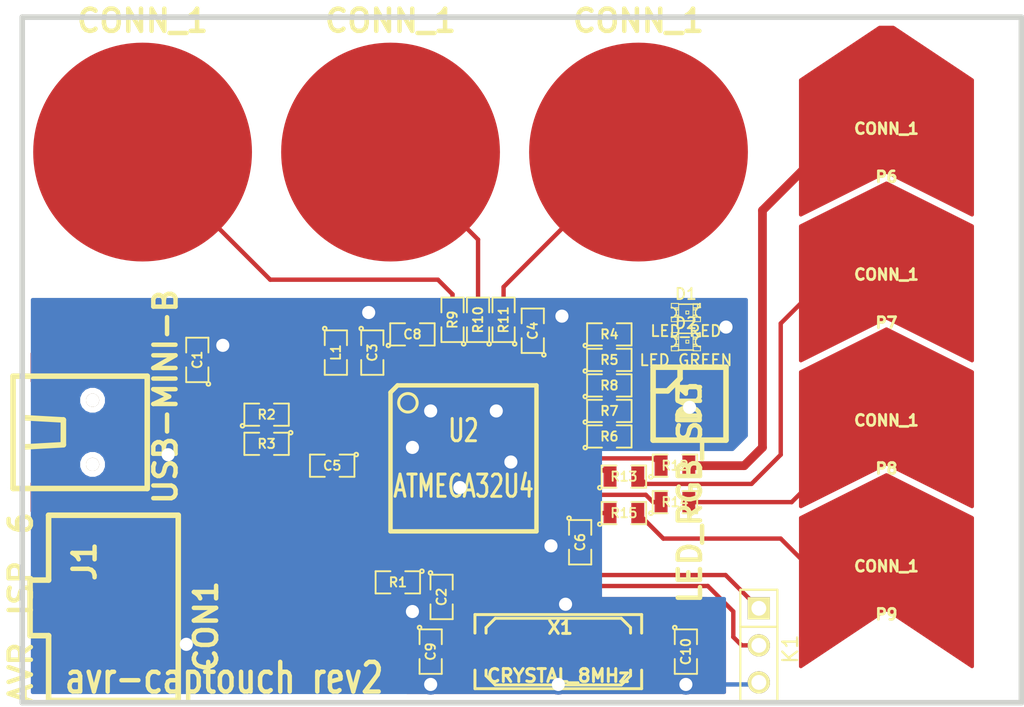
<source format=kicad_pcb>
(kicad_pcb (version 3) (host pcbnew "(2013-feb-26)-stable")

  (general
    (links 76)
    (no_connects 0)
    (area 43.48226 39.83228 113.441481 89.27592)
    (thickness 1.6002)
    (drawings 5)
    (tracks 268)
    (zones 0)
    (modules 40)
    (nets 42)
  )

  (page A4)
  (title_block 
    (rev 2)
  )

  (layers
    (15 Front signal)
    (0 Back signal)
    (16 B.Adhes user)
    (17 F.Adhes user)
    (18 B.Paste user)
    (19 F.Paste user)
    (20 B.SilkS user)
    (21 F.SilkS user)
    (22 B.Mask user)
    (23 F.Mask user)
    (24 Dwgs.User user)
    (25 Cmts.User user)
    (26 Eco1.User user)
    (27 Eco2.User user)
    (28 Edge.Cuts user)
  )

  (setup
    (last_trace_width 0.29972)
    (user_trace_width 0.6)
    (trace_clearance 0.254)
    (zone_clearance 0.39878)
    (zone_45_only no)
    (trace_min 0.2032)
    (segment_width 0.381)
    (edge_width 0.381)
    (via_size 1.39954)
    (via_drill 0.89916)
    (via_min_size 0.889)
    (via_min_drill 0.508)
    (uvia_size 0.508)
    (uvia_drill 0.127)
    (uvias_allowed no)
    (uvia_min_size 0.508)
    (uvia_min_drill 0.127)
    (pcb_text_width 0.3048)
    (pcb_text_size 1.524 2.032)
    (mod_edge_width 0.381)
    (mod_text_size 1.524 1.524)
    (mod_text_width 0.3048)
    (pad_size 15.00124 15.00124)
    (pad_drill 0)
    (pad_to_mask_clearance 0.254)
    (aux_axis_origin 0 0)
    (visible_elements 7FFFFFFF)
    (pcbplotparams
      (layerselection 271089665)
      (usegerberextensions true)
      (excludeedgelayer true)
      (linewidth 60)
      (plotframeref false)
      (viasonmask false)
      (mode 1)
      (useauxorigin false)
      (hpglpennumber 1)
      (hpglpenspeed 20)
      (hpglpendiameter 15)
      (hpglpenoverlay 0)
      (psnegative false)
      (psa4output false)
      (plotreference false)
      (plotvalue false)
      (plotothertext true)
      (plotinvisibletext false)
      (padsonsilk false)
      (subtractmaskfromsilk true)
      (outputformat 1)
      (mirror false)
      (drillshape 0)
      (scaleselection 1)
      (outputdirectory gerbers/))
  )

  (net 0 "")
  (net 1 +5V)
  (net 2 /ISP_MISO)
  (net 3 /ISP_MOSI)
  (net 4 /ISP_RST)
  (net 5 /ISP_SCK)
  (net 6 /LED1)
  (net 7 /LED2)
  (net 8 /LED_B)
  (net 9 /LED_G)
  (net 10 /LED_R)
  (net 11 /S1)
  (net 12 /S2)
  (net 13 /S3)
  (net 14 /S4)
  (net 15 GND)
  (net 16 N-0000010)
  (net 17 N-0000012)
  (net 18 N-0000014)
  (net 19 N-0000015)
  (net 20 N-0000016)
  (net 21 N-0000017)
  (net 22 N-0000018)
  (net 23 N-0000019)
  (net 24 N-000002)
  (net 25 N-0000023)
  (net 26 N-0000026)
  (net 27 N-0000027)
  (net 28 N-0000028)
  (net 29 N-000003)
  (net 30 N-0000031)
  (net 31 N-0000033)
  (net 32 N-0000035)
  (net 33 N-0000037)
  (net 34 N-0000038)
  (net 35 N-0000039)
  (net 36 N-0000040)
  (net 37 N-0000041)
  (net 38 N-0000046)
  (net 39 N-0000047)
  (net 40 N-0000050)
  (net 41 N-000007)

  (net_class Default "This is the default net class."
    (clearance 0.254)
    (trace_width 0.29972)
    (via_dia 1.39954)
    (via_drill 0.89916)
    (uvia_dia 0.508)
    (uvia_drill 0.127)
    (add_net "")
    (add_net +5V)
    (add_net /ISP_MISO)
    (add_net /ISP_MOSI)
    (add_net /ISP_RST)
    (add_net /ISP_SCK)
    (add_net /LED1)
    (add_net /LED2)
    (add_net /LED_B)
    (add_net /LED_G)
    (add_net /LED_R)
    (add_net /S1)
    (add_net /S2)
    (add_net /S3)
    (add_net /S4)
    (add_net GND)
    (add_net N-0000010)
    (add_net N-0000012)
    (add_net N-0000014)
    (add_net N-0000015)
    (add_net N-0000016)
    (add_net N-0000017)
    (add_net N-0000018)
    (add_net N-0000019)
    (add_net N-000002)
    (add_net N-0000023)
    (add_net N-0000026)
    (add_net N-0000027)
    (add_net N-0000028)
    (add_net N-000003)
    (add_net N-0000031)
    (add_net N-0000033)
    (add_net N-0000035)
    (add_net N-0000037)
    (add_net N-0000038)
    (add_net N-0000039)
    (add_net N-0000040)
    (add_net N-0000041)
    (add_net N-0000046)
    (add_net N-0000047)
    (add_net N-0000050)
    (add_net N-000007)
  )

  (module TESTPOINTx1 (layer Front) (tedit 5154835D) (tstamp 4F967898)
    (at 104.0003 49.9999)
    (path /4F967344)
    (fp_text reference P6 (at 0 1.69926) (layer F.SilkS)
      (effects (font (size 0.7493 0.7493) (thickness 0.18796)))
    )
    (fp_text value CONN_1 (at 0 -1.6002) (layer F.SilkS)
      (effects (font (size 0.7493 0.7493) (thickness 0.18796)))
    )
    (pad 1 smd circle (at 0 0) (size 1.30048 1.30048)
      (layers Front F.Mask)
      (net 11 /S1)
    )
  )

  (module USB-MINI-B (layer Front) (tedit 4EC7A602) (tstamp 4F967870)
    (at 52.07 69.215 270)
    (path /4F96731C)
    (fp_text reference J1 (at 8.84936 3.05054 270) (layer F.SilkS)
      (effects (font (size 1.524 1.524) (thickness 0.3048)))
    )
    (fp_text value USB-MINI-B (at -2.4511 -2.49936 270) (layer F.SilkS)
      (effects (font (size 1.524 1.524) (thickness 0.3048)))
    )
    (fp_line (start -1.00076 7.2009) (end -0.8509 4.50088) (layer F.SilkS) (width 0.381))
    (fp_line (start -0.8509 4.50088) (end 0.8509 4.50088) (layer F.SilkS) (width 0.381))
    (fp_line (start 0.8509 4.50088) (end 1.00076 7.2009) (layer F.SilkS) (width 0.381))
    (fp_line (start -3.85064 -1.24968) (end 3.85064 -1.24968) (layer F.SilkS) (width 0.381))
    (fp_line (start 3.85064 -1.24968) (end 3.85064 7.9502) (layer F.SilkS) (width 0.381))
    (fp_line (start 3.85064 7.9502) (end -3.85064 7.9502) (layer F.SilkS) (width 0.381))
    (fp_line (start -3.85064 7.9502) (end -3.85064 -1.24968) (layer F.SilkS) (width 0.381))
    (pad 1 smd rect (at -1.6002 0 270) (size 0.50038 2.49936)
      (layers Front F.Paste F.Mask)
      (net 1 +5V)
    )
    (pad 2 smd rect (at -0.8001 0 270) (size 0.50038 2.49936)
      (layers Front F.Paste F.Mask)
      (net 35 N-0000039)
    )
    (pad 3 smd rect (at 0 0 270) (size 0.50038 2.49936)
      (layers Front F.Paste F.Mask)
      (net 36 N-0000040)
    )
    (pad 4 smd rect (at 0.8001 0 270) (size 0.50038 2.49936)
      (layers Front F.Paste F.Mask)
    )
    (pad 5 smd rect (at 1.6002 0 270) (size 0.50038 2.49936)
      (layers Front F.Paste F.Mask)
      (net 15 GND)
    )
    (pad 6 smd rect (at -4.45008 0 270) (size 1.99898 2.49936)
      (layers Front F.Paste F.Mask)
    )
    (pad 6 smd rect (at 4.45008 0 270) (size 1.99898 2.49936)
      (layers Front F.Paste F.Mask)
    )
    (pad 6 smd rect (at 4.45008 5.4991 270) (size 1.99898 2.49936)
      (layers Front F.Paste F.Mask)
    )
    (pad 6 smd rect (at -4.45008 5.4991 270) (size 1.99898 2.49936)
      (layers Front F.Paste F.Mask)
    )
    (pad 7 thru_hole circle (at -2.19964 2.49936 270) (size 0.89916 0.89916) (drill 0.899159)
      (layers *.Cu *.Mask F.SilkS)
    )
    (pad 7 thru_hole circle (at 2.19964 2.49936 270) (size 0.89916 0.89916) (drill 0.899159)
      (layers *.Cu *.Mask F.SilkS)
    )
  )

  (module TQFP44 (layer Front) (tedit 200000) (tstamp 4F967871)
    (at 75.00112 71.00062)
    (path /4F96729F)
    (attr smd)
    (fp_text reference U2 (at 0 -1.905) (layer F.SilkS)
      (effects (font (size 1.524 1.016) (thickness 0.2032)))
    )
    (fp_text value ATMEGA32U4 (at 0 1.905) (layer F.SilkS)
      (effects (font (size 1.524 1.016) (thickness 0.2032)))
    )
    (fp_line (start 5.0038 -5.0038) (end 5.0038 5.0038) (layer F.SilkS) (width 0.3048))
    (fp_line (start 5.0038 5.0038) (end -5.0038 5.0038) (layer F.SilkS) (width 0.3048))
    (fp_line (start -5.0038 -4.5212) (end -5.0038 5.0038) (layer F.SilkS) (width 0.3048))
    (fp_line (start -4.5212 -5.0038) (end 5.0038 -5.0038) (layer F.SilkS) (width 0.3048))
    (fp_line (start -5.0038 -4.5212) (end -4.5212 -5.0038) (layer F.SilkS) (width 0.3048))
    (fp_circle (center -3.81 -3.81) (end -3.81 -3.175) (layer F.SilkS) (width 0.2032))
    (pad 39 smd rect (at 0 -5.715) (size 0.4064 1.524)
      (layers Front F.Paste F.Mask)
    )
    (pad 40 smd rect (at -0.8001 -5.715) (size 0.4064 1.524)
      (layers Front F.Paste F.Mask)
    )
    (pad 41 smd rect (at -1.6002 -5.715) (size 0.4064 1.524)
      (layers Front F.Paste F.Mask)
    )
    (pad 42 smd rect (at -2.4003 -5.715) (size 0.4064 1.524)
      (layers Front F.Paste F.Mask)
      (net 23 N-0000019)
    )
    (pad 43 smd rect (at -3.2004 -5.715) (size 0.4064 1.524)
      (layers Front F.Paste F.Mask)
      (net 15 GND)
    )
    (pad 44 smd rect (at -4.0005 -5.715) (size 0.4064 1.524)
      (layers Front F.Paste F.Mask)
      (net 22 N-0000018)
    )
    (pad 38 smd rect (at 0.8001 -5.715) (size 0.4064 1.524)
      (layers Front F.Paste F.Mask)
      (net 17 N-0000012)
    )
    (pad 37 smd rect (at 1.6002 -5.715) (size 0.4064 1.524)
      (layers Front F.Paste F.Mask)
      (net 18 N-0000014)
    )
    (pad 36 smd rect (at 2.4003 -5.715) (size 0.4064 1.524)
      (layers Front F.Paste F.Mask)
      (net 20 N-0000016)
    )
    (pad 35 smd rect (at 3.2004 -5.715) (size 0.4064 1.524)
      (layers Front F.Paste F.Mask)
      (net 15 GND)
    )
    (pad 34 smd rect (at 4.0005 -5.715) (size 0.4064 1.524)
      (layers Front F.Paste F.Mask)
      (net 1 +5V)
    )
    (pad 17 smd rect (at 0 5.715) (size 0.4064 1.524)
      (layers Front F.Paste F.Mask)
      (net 24 N-000002)
    )
    (pad 16 smd rect (at -0.8001 5.715) (size 0.4064 1.524)
      (layers Front F.Paste F.Mask)
      (net 29 N-000003)
    )
    (pad 15 smd rect (at -1.6002 5.715) (size 0.4064 1.524)
      (layers Front F.Paste F.Mask)
      (net 15 GND)
    )
    (pad 14 smd rect (at -2.4003 5.715) (size 0.4064 1.524)
      (layers Front F.Paste F.Mask)
      (net 1 +5V)
    )
    (pad 13 smd rect (at -3.2004 5.715) (size 0.4064 1.524)
      (layers Front F.Paste F.Mask)
      (net 4 /ISP_RST)
    )
    (pad 12 smd rect (at -4.0005 5.715) (size 0.4064 1.524)
      (layers Front F.Paste F.Mask)
    )
    (pad 18 smd rect (at 0.8001 5.715) (size 0.4064 1.524)
      (layers Front F.Paste F.Mask)
    )
    (pad 19 smd rect (at 1.6002 5.715) (size 0.4064 1.524)
      (layers Front F.Paste F.Mask)
    )
    (pad 20 smd rect (at 2.4003 5.715) (size 0.4064 1.524)
      (layers Front F.Paste F.Mask)
      (net 33 N-0000037)
    )
    (pad 21 smd rect (at 3.2004 5.715) (size 0.4064 1.524)
      (layers Front F.Paste F.Mask)
      (net 32 N-0000035)
    )
    (pad 22 smd rect (at 4.0005 5.715) (size 0.4064 1.524)
      (layers Front F.Paste F.Mask)
    )
    (pad 6 smd rect (at -5.715 0) (size 1.524 0.4064)
      (layers Front F.Paste F.Mask)
      (net 25 N-0000023)
    )
    (pad 28 smd rect (at 5.715 0) (size 1.524 0.4064)
      (layers Front F.Paste F.Mask)
      (net 38 N-0000046)
    )
    (pad 7 smd rect (at -5.715 0.8001) (size 1.524 0.4064)
      (layers Front F.Paste F.Mask)
      (net 1 +5V)
    )
    (pad 27 smd rect (at 5.715 0.8001) (size 1.524 0.4064)
      (layers Front F.Paste F.Mask)
      (net 19 N-0000015)
    )
    (pad 26 smd rect (at 5.715 1.6002) (size 1.524 0.4064)
      (layers Front F.Paste F.Mask)
      (net 21 N-0000017)
    )
    (pad 8 smd rect (at -5.715 1.6002) (size 1.524 0.4064)
      (layers Front F.Paste F.Mask)
    )
    (pad 9 smd rect (at -5.715 2.4003) (size 1.524 0.4064)
      (layers Front F.Paste F.Mask)
      (net 5 /ISP_SCK)
    )
    (pad 25 smd rect (at 5.715 2.4003) (size 1.524 0.4064)
      (layers Front F.Paste F.Mask)
      (net 16 N-0000010)
    )
    (pad 24 smd rect (at 5.715 3.2004) (size 1.524 0.4064)
      (layers Front F.Paste F.Mask)
      (net 1 +5V)
    )
    (pad 10 smd rect (at -5.715 3.2004) (size 1.524 0.4064)
      (layers Front F.Paste F.Mask)
      (net 3 /ISP_MOSI)
    )
    (pad 11 smd rect (at -5.715 4.0005) (size 1.524 0.4064)
      (layers Front F.Paste F.Mask)
      (net 2 /ISP_MISO)
    )
    (pad 23 smd rect (at 5.715 4.0005) (size 1.524 0.4064)
      (layers Front F.Paste F.Mask)
      (net 15 GND)
    )
    (pad 29 smd rect (at 5.715 -0.8001) (size 1.524 0.4064)
      (layers Front F.Paste F.Mask)
      (net 9 /LED_G)
    )
    (pad 5 smd rect (at -5.715 -0.8001) (size 1.524 0.4064)
      (layers Front F.Paste F.Mask)
      (net 15 GND)
    )
    (pad 4 smd rect (at -5.715 -1.6002) (size 1.524 0.4064)
      (layers Front F.Paste F.Mask)
      (net 37 N-0000041)
    )
    (pad 30 smd rect (at 5.715 -1.6002) (size 1.524 0.4064)
      (layers Front F.Paste F.Mask)
      (net 10 /LED_R)
    )
    (pad 31 smd rect (at 5.715 -2.4003) (size 1.524 0.4064)
      (layers Front F.Paste F.Mask)
      (net 8 /LED_B)
    )
    (pad 3 smd rect (at -5.715 -2.4003) (size 1.524 0.4064)
      (layers Front F.Paste F.Mask)
      (net 34 N-0000038)
    )
    (pad 2 smd rect (at -5.715 -3.2004) (size 1.524 0.4064)
      (layers Front F.Paste F.Mask)
      (net 1 +5V)
    )
    (pad 32 smd rect (at 5.715 -3.2004) (size 1.524 0.4064)
      (layers Front F.Paste F.Mask)
      (net 7 /LED2)
    )
    (pad 33 smd rect (at 5.715 -4.0005) (size 1.524 0.4064)
      (layers Front F.Paste F.Mask)
      (net 6 /LED1)
    )
    (pad 1 smd rect (at -5.715 -4.0005) (size 1.524 0.4064)
      (layers Front F.Paste F.Mask)
    )
  )

  (module SMT_AVR_ISP_6PIN (layer Front) (tedit 4EC6879D) (tstamp 4F967872)
    (at 51.00066 81.24952 270)
    (path /4F9675E7)
    (fp_text reference CON1 (at 1.27 -6.35 270) (layer F.SilkS)
      (effects (font (size 1.524 1.524) (thickness 0.3048)))
    )
    (fp_text value AVR-ISP-6 (at 0 6.35 270) (layer F.SilkS)
      (effects (font (size 1.524 1.524) (thickness 0.3048)))
    )
    (fp_line (start -6.35 -4.445) (end 6.35 -4.445) (layer F.SilkS) (width 0.381))
    (fp_line (start 6.35 -4.445) (end 6.35 4.445) (layer F.SilkS) (width 0.381))
    (fp_line (start 6.35 4.445) (end 1.905 4.445) (layer F.SilkS) (width 0.381))
    (fp_line (start 1.905 4.445) (end 1.905 5.715) (layer F.SilkS) (width 0.381))
    (fp_line (start 1.905 5.715) (end -1.27 5.715) (layer F.SilkS) (width 0.381))
    (fp_line (start -1.27 5.715) (end -1.905 5.715) (layer F.SilkS) (width 0.381))
    (fp_line (start -1.905 5.715) (end -1.905 4.445) (layer F.SilkS) (width 0.381))
    (fp_line (start -1.905 4.445) (end -6.35 4.445) (layer F.SilkS) (width 0.381))
    (fp_line (start -6.35 4.445) (end -6.35 -4.445) (layer F.SilkS) (width 0.381))
    (pad 1 smd rect (at -2.54 2.54 270) (size 1.30048 2.99974)
      (layers Front F.Paste F.Mask)
      (net 2 /ISP_MISO)
    )
    (pad 2 smd rect (at -2.54 -2.54 270) (size 1.30048 2.99974)
      (layers Front F.Paste F.Mask)
      (net 1 +5V)
    )
    (pad 3 smd rect (at 0 2.54 270) (size 1.30048 2.99974)
      (layers Front F.Paste F.Mask)
      (net 5 /ISP_SCK)
    )
    (pad 4 smd rect (at 0 -2.54 270) (size 1.30048 2.99974)
      (layers Front F.Paste F.Mask)
      (net 3 /ISP_MOSI)
    )
    (pad 5 smd rect (at 2.54 2.54 270) (size 1.30048 2.99974)
      (layers Front F.Paste F.Mask)
      (net 4 /ISP_RST)
    )
    (pad 6 smd rect (at 2.54 -2.54 270) (size 1.30048 2.99974)
      (layers Front F.Paste F.Mask)
      (net 15 GND)
    )
  )

  (module SM0805 (layer Front) (tedit 42806E04) (tstamp 4F967873)
    (at 70.50024 79.49946 180)
    (path /4F96762E)
    (attr smd)
    (fp_text reference R1 (at 0 0 180) (layer F.SilkS)
      (effects (font (size 0.635 0.635) (thickness 0.127)))
    )
    (fp_text value 10k (at 0 0 180) (layer F.SilkS) hide
      (effects (font (size 0.635 0.635) (thickness 0.127)))
    )
    (fp_circle (center -1.651 0.762) (end -1.651 0.635) (layer F.SilkS) (width 0.127))
    (fp_line (start -0.508 0.762) (end -1.524 0.762) (layer F.SilkS) (width 0.127))
    (fp_line (start -1.524 0.762) (end -1.524 -0.762) (layer F.SilkS) (width 0.127))
    (fp_line (start -1.524 -0.762) (end -0.508 -0.762) (layer F.SilkS) (width 0.127))
    (fp_line (start 0.508 -0.762) (end 1.524 -0.762) (layer F.SilkS) (width 0.127))
    (fp_line (start 1.524 -0.762) (end 1.524 0.762) (layer F.SilkS) (width 0.127))
    (fp_line (start 1.524 0.762) (end 0.508 0.762) (layer F.SilkS) (width 0.127))
    (pad 1 smd rect (at -0.9525 0 180) (size 0.889 1.397)
      (layers Front F.Paste F.Mask)
      (net 1 +5V)
    )
    (pad 2 smd rect (at 0.9525 0 180) (size 0.889 1.397)
      (layers Front F.Paste F.Mask)
      (net 4 /ISP_RST)
    )
    (model smd/chip_cms.wrl
      (at (xyz 0 0 0))
      (scale (xyz 0.1 0.1 0.1))
      (rotate (xyz 0 0 0))
    )
  )

  (module SM0805 (layer Front) (tedit 42806E04) (tstamp 4F967875)
    (at 61.50102 68.00342)
    (path /4F96731E)
    (attr smd)
    (fp_text reference R2 (at 0 0) (layer F.SilkS)
      (effects (font (size 0.635 0.635) (thickness 0.127)))
    )
    (fp_text value 22R (at 0 0) (layer F.SilkS) hide
      (effects (font (size 0.635 0.635) (thickness 0.127)))
    )
    (fp_circle (center -1.651 0.762) (end -1.651 0.635) (layer F.SilkS) (width 0.127))
    (fp_line (start -0.508 0.762) (end -1.524 0.762) (layer F.SilkS) (width 0.127))
    (fp_line (start -1.524 0.762) (end -1.524 -0.762) (layer F.SilkS) (width 0.127))
    (fp_line (start -1.524 -0.762) (end -0.508 -0.762) (layer F.SilkS) (width 0.127))
    (fp_line (start 0.508 -0.762) (end 1.524 -0.762) (layer F.SilkS) (width 0.127))
    (fp_line (start 1.524 -0.762) (end 1.524 0.762) (layer F.SilkS) (width 0.127))
    (fp_line (start 1.524 0.762) (end 0.508 0.762) (layer F.SilkS) (width 0.127))
    (pad 1 smd rect (at -0.9525 0) (size 0.889 1.397)
      (layers Front F.Paste F.Mask)
      (net 35 N-0000039)
    )
    (pad 2 smd rect (at 0.9525 0) (size 0.889 1.397)
      (layers Front F.Paste F.Mask)
      (net 34 N-0000038)
    )
    (model smd/chip_cms.wrl
      (at (xyz 0 0 0))
      (scale (xyz 0.1 0.1 0.1))
      (rotate (xyz 0 0 0))
    )
  )

  (module SM0805 (layer Front) (tedit 42806E04) (tstamp 4F967877)
    (at 61.50102 70.0024 180)
    (path /4F967322)
    (attr smd)
    (fp_text reference R3 (at 0 0 180) (layer F.SilkS)
      (effects (font (size 0.635 0.635) (thickness 0.127)))
    )
    (fp_text value 22R (at 0 0 180) (layer F.SilkS) hide
      (effects (font (size 0.635 0.635) (thickness 0.127)))
    )
    (fp_circle (center -1.651 0.762) (end -1.651 0.635) (layer F.SilkS) (width 0.127))
    (fp_line (start -0.508 0.762) (end -1.524 0.762) (layer F.SilkS) (width 0.127))
    (fp_line (start -1.524 0.762) (end -1.524 -0.762) (layer F.SilkS) (width 0.127))
    (fp_line (start -1.524 -0.762) (end -0.508 -0.762) (layer F.SilkS) (width 0.127))
    (fp_line (start 0.508 -0.762) (end 1.524 -0.762) (layer F.SilkS) (width 0.127))
    (fp_line (start 1.524 -0.762) (end 1.524 0.762) (layer F.SilkS) (width 0.127))
    (fp_line (start 1.524 0.762) (end 0.508 0.762) (layer F.SilkS) (width 0.127))
    (pad 1 smd rect (at -0.9525 0 180) (size 0.889 1.397)
      (layers Front F.Paste F.Mask)
      (net 37 N-0000041)
    )
    (pad 2 smd rect (at 0.9525 0 180) (size 0.889 1.397)
      (layers Front F.Paste F.Mask)
      (net 36 N-0000040)
    )
    (model smd/chip_cms.wrl
      (at (xyz 0 0 0))
      (scale (xyz 0.1 0.1 0.1))
      (rotate (xyz 0 0 0))
    )
  )

  (module SM0805 (layer Front) (tedit 42806E04) (tstamp 4F967879)
    (at 85.0011 62.49924)
    (path /4F96735A)
    (attr smd)
    (fp_text reference R4 (at 0 0) (layer F.SilkS)
      (effects (font (size 0.635 0.635) (thickness 0.127)))
    )
    (fp_text value 2k (at 0 0) (layer F.SilkS) hide
      (effects (font (size 0.635 0.635) (thickness 0.127)))
    )
    (fp_circle (center -1.651 0.762) (end -1.651 0.635) (layer F.SilkS) (width 0.127))
    (fp_line (start -0.508 0.762) (end -1.524 0.762) (layer F.SilkS) (width 0.127))
    (fp_line (start -1.524 0.762) (end -1.524 -0.762) (layer F.SilkS) (width 0.127))
    (fp_line (start -1.524 -0.762) (end -0.508 -0.762) (layer F.SilkS) (width 0.127))
    (fp_line (start 0.508 -0.762) (end 1.524 -0.762) (layer F.SilkS) (width 0.127))
    (fp_line (start 1.524 -0.762) (end 1.524 0.762) (layer F.SilkS) (width 0.127))
    (fp_line (start 1.524 0.762) (end 0.508 0.762) (layer F.SilkS) (width 0.127))
    (pad 1 smd rect (at -0.9525 0) (size 0.889 1.397)
      (layers Front F.Paste F.Mask)
      (net 6 /LED1)
    )
    (pad 2 smd rect (at 0.9525 0) (size 0.889 1.397)
      (layers Front F.Paste F.Mask)
      (net 30 N-0000031)
    )
    (model smd/chip_cms.wrl
      (at (xyz 0 0 0))
      (scale (xyz 0.1 0.1 0.1))
      (rotate (xyz 0 0 0))
    )
  )

  (module SM0805 (layer Front) (tedit 42806E04) (tstamp 4F96787B)
    (at 85.0011 64.2493)
    (path /4F96735E)
    (attr smd)
    (fp_text reference R5 (at 0 0) (layer F.SilkS)
      (effects (font (size 0.635 0.635) (thickness 0.127)))
    )
    (fp_text value 2k (at 0 0) (layer F.SilkS) hide
      (effects (font (size 0.635 0.635) (thickness 0.127)))
    )
    (fp_circle (center -1.651 0.762) (end -1.651 0.635) (layer F.SilkS) (width 0.127))
    (fp_line (start -0.508 0.762) (end -1.524 0.762) (layer F.SilkS) (width 0.127))
    (fp_line (start -1.524 0.762) (end -1.524 -0.762) (layer F.SilkS) (width 0.127))
    (fp_line (start -1.524 -0.762) (end -0.508 -0.762) (layer F.SilkS) (width 0.127))
    (fp_line (start 0.508 -0.762) (end 1.524 -0.762) (layer F.SilkS) (width 0.127))
    (fp_line (start 1.524 -0.762) (end 1.524 0.762) (layer F.SilkS) (width 0.127))
    (fp_line (start 1.524 0.762) (end 0.508 0.762) (layer F.SilkS) (width 0.127))
    (pad 1 smd rect (at -0.9525 0) (size 0.889 1.397)
      (layers Front F.Paste F.Mask)
      (net 7 /LED2)
    )
    (pad 2 smd rect (at 0.9525 0) (size 0.889 1.397)
      (layers Front F.Paste F.Mask)
      (net 31 N-0000033)
    )
    (model smd/chip_cms.wrl
      (at (xyz 0 0 0))
      (scale (xyz 0.1 0.1 0.1))
      (rotate (xyz 0 0 0))
    )
  )

  (module SM0805 (layer Front) (tedit 42806E04) (tstamp 4F96787D)
    (at 85.0011 69.49948)
    (path /4F96AC0B)
    (attr smd)
    (fp_text reference R6 (at 0 0) (layer F.SilkS)
      (effects (font (size 0.635 0.635) (thickness 0.127)))
    )
    (fp_text value 1k (at 0 0) (layer F.SilkS) hide
      (effects (font (size 0.635 0.635) (thickness 0.127)))
    )
    (fp_circle (center -1.651 0.762) (end -1.651 0.635) (layer F.SilkS) (width 0.127))
    (fp_line (start -0.508 0.762) (end -1.524 0.762) (layer F.SilkS) (width 0.127))
    (fp_line (start -1.524 0.762) (end -1.524 -0.762) (layer F.SilkS) (width 0.127))
    (fp_line (start -1.524 -0.762) (end -0.508 -0.762) (layer F.SilkS) (width 0.127))
    (fp_line (start 0.508 -0.762) (end 1.524 -0.762) (layer F.SilkS) (width 0.127))
    (fp_line (start 1.524 -0.762) (end 1.524 0.762) (layer F.SilkS) (width 0.127))
    (fp_line (start 1.524 0.762) (end 0.508 0.762) (layer F.SilkS) (width 0.127))
    (pad 1 smd rect (at -0.9525 0) (size 0.889 1.397)
      (layers Front F.Paste F.Mask)
      (net 9 /LED_G)
    )
    (pad 2 smd rect (at 0.9525 0) (size 0.889 1.397)
      (layers Front F.Paste F.Mask)
      (net 39 N-0000047)
    )
    (model smd/chip_cms.wrl
      (at (xyz 0 0 0))
      (scale (xyz 0.1 0.1 0.1))
      (rotate (xyz 0 0 0))
    )
  )

  (module SM0805 (layer Front) (tedit 42806E04) (tstamp 4F96787F)
    (at 56.75122 64.2493 90)
    (path /4F96754F)
    (attr smd)
    (fp_text reference C1 (at 0 0 90) (layer F.SilkS)
      (effects (font (size 0.635 0.635) (thickness 0.127)))
    )
    (fp_text value 2u2 (at 0 0 90) (layer F.SilkS) hide
      (effects (font (size 0.635 0.635) (thickness 0.127)))
    )
    (fp_circle (center -1.651 0.762) (end -1.651 0.635) (layer F.SilkS) (width 0.127))
    (fp_line (start -0.508 0.762) (end -1.524 0.762) (layer F.SilkS) (width 0.127))
    (fp_line (start -1.524 0.762) (end -1.524 -0.762) (layer F.SilkS) (width 0.127))
    (fp_line (start -1.524 -0.762) (end -0.508 -0.762) (layer F.SilkS) (width 0.127))
    (fp_line (start 0.508 -0.762) (end 1.524 -0.762) (layer F.SilkS) (width 0.127))
    (fp_line (start 1.524 -0.762) (end 1.524 0.762) (layer F.SilkS) (width 0.127))
    (fp_line (start 1.524 0.762) (end 0.508 0.762) (layer F.SilkS) (width 0.127))
    (pad 1 smd rect (at -0.9525 0 90) (size 0.889 1.397)
      (layers Front F.Paste F.Mask)
      (net 1 +5V)
    )
    (pad 2 smd rect (at 0.9525 0 90) (size 0.889 1.397)
      (layers Front F.Paste F.Mask)
      (net 15 GND)
    )
    (model smd/chip_cms.wrl
      (at (xyz 0 0 0))
      (scale (xyz 0.1 0.1 0.1))
      (rotate (xyz 0 0 0))
    )
  )

  (module SM0805 (layer Front) (tedit 42806E04) (tstamp 4F967881)
    (at 90.24874 84.24926 270)
    (path /4F9675C7)
    (attr smd)
    (fp_text reference C10 (at 0 0 270) (layer F.SilkS)
      (effects (font (size 0.635 0.635) (thickness 0.127)))
    )
    (fp_text value 12p (at 0 0 270) (layer F.SilkS) hide
      (effects (font (size 0.635 0.635) (thickness 0.127)))
    )
    (fp_circle (center -1.651 0.762) (end -1.651 0.635) (layer F.SilkS) (width 0.127))
    (fp_line (start -0.508 0.762) (end -1.524 0.762) (layer F.SilkS) (width 0.127))
    (fp_line (start -1.524 0.762) (end -1.524 -0.762) (layer F.SilkS) (width 0.127))
    (fp_line (start -1.524 -0.762) (end -0.508 -0.762) (layer F.SilkS) (width 0.127))
    (fp_line (start 0.508 -0.762) (end 1.524 -0.762) (layer F.SilkS) (width 0.127))
    (fp_line (start 1.524 -0.762) (end 1.524 0.762) (layer F.SilkS) (width 0.127))
    (fp_line (start 1.524 0.762) (end 0.508 0.762) (layer F.SilkS) (width 0.127))
    (pad 1 smd rect (at -0.9525 0 270) (size 0.889 1.397)
      (layers Front F.Paste F.Mask)
      (net 24 N-000002)
    )
    (pad 2 smd rect (at 0.9525 0 270) (size 0.889 1.397)
      (layers Front F.Paste F.Mask)
      (net 15 GND)
    )
    (model smd/chip_cms.wrl
      (at (xyz 0 0 0))
      (scale (xyz 0.1 0.1 0.1))
      (rotate (xyz 0 0 0))
    )
  )

  (module SM0805 (layer Front) (tedit 42806E04) (tstamp 4F967883)
    (at 72.75068 84.24926 270)
    (path /4F9675C5)
    (attr smd)
    (fp_text reference C9 (at 0 0 270) (layer F.SilkS)
      (effects (font (size 0.635 0.635) (thickness 0.127)))
    )
    (fp_text value 12p (at 0 0 270) (layer F.SilkS) hide
      (effects (font (size 0.635 0.635) (thickness 0.127)))
    )
    (fp_circle (center -1.651 0.762) (end -1.651 0.635) (layer F.SilkS) (width 0.127))
    (fp_line (start -0.508 0.762) (end -1.524 0.762) (layer F.SilkS) (width 0.127))
    (fp_line (start -1.524 0.762) (end -1.524 -0.762) (layer F.SilkS) (width 0.127))
    (fp_line (start -1.524 -0.762) (end -0.508 -0.762) (layer F.SilkS) (width 0.127))
    (fp_line (start 0.508 -0.762) (end 1.524 -0.762) (layer F.SilkS) (width 0.127))
    (fp_line (start 1.524 -0.762) (end 1.524 0.762) (layer F.SilkS) (width 0.127))
    (fp_line (start 1.524 0.762) (end 0.508 0.762) (layer F.SilkS) (width 0.127))
    (pad 1 smd rect (at -0.9525 0 270) (size 0.889 1.397)
      (layers Front F.Paste F.Mask)
      (net 29 N-000003)
    )
    (pad 2 smd rect (at 0.9525 0 270) (size 0.889 1.397)
      (layers Front F.Paste F.Mask)
      (net 15 GND)
    )
    (model smd/chip_cms.wrl
      (at (xyz 0 0 0))
      (scale (xyz 0.1 0.1 0.1))
      (rotate (xyz 0 0 0))
    )
  )

  (module SM0805 (layer Front) (tedit 42806E04) (tstamp 4F967885)
    (at 71.501 62.49924)
    (path /4F96759D)
    (attr smd)
    (fp_text reference C8 (at 0 0) (layer F.SilkS)
      (effects (font (size 0.635 0.635) (thickness 0.127)))
    )
    (fp_text value 100n (at 0 0) (layer F.SilkS) hide
      (effects (font (size 0.635 0.635) (thickness 0.127)))
    )
    (fp_circle (center -1.651 0.762) (end -1.651 0.635) (layer F.SilkS) (width 0.127))
    (fp_line (start -0.508 0.762) (end -1.524 0.762) (layer F.SilkS) (width 0.127))
    (fp_line (start -1.524 0.762) (end -1.524 -0.762) (layer F.SilkS) (width 0.127))
    (fp_line (start -1.524 -0.762) (end -0.508 -0.762) (layer F.SilkS) (width 0.127))
    (fp_line (start 0.508 -0.762) (end 1.524 -0.762) (layer F.SilkS) (width 0.127))
    (fp_line (start 1.524 -0.762) (end 1.524 0.762) (layer F.SilkS) (width 0.127))
    (fp_line (start 1.524 0.762) (end 0.508 0.762) (layer F.SilkS) (width 0.127))
    (pad 1 smd rect (at -0.9525 0) (size 0.889 1.397)
      (layers Front F.Paste F.Mask)
      (net 15 GND)
    )
    (pad 2 smd rect (at 0.9525 0) (size 0.889 1.397)
      (layers Front F.Paste F.Mask)
      (net 23 N-0000019)
    )
    (model smd/chip_cms.wrl
      (at (xyz 0 0 0))
      (scale (xyz 0.1 0.1 0.1))
      (rotate (xyz 0 0 0))
    )
  )

  (module SM0805 (layer Front) (tedit 42806E04) (tstamp 4F967889)
    (at 82.99958 76.75118 270)
    (path /4F96768A)
    (attr smd)
    (fp_text reference C6 (at 0 0 270) (layer F.SilkS)
      (effects (font (size 0.635 0.635) (thickness 0.127)))
    )
    (fp_text value 100n (at 0 0 270) (layer F.SilkS) hide
      (effects (font (size 0.635 0.635) (thickness 0.127)))
    )
    (fp_circle (center -1.651 0.762) (end -1.651 0.635) (layer F.SilkS) (width 0.127))
    (fp_line (start -0.508 0.762) (end -1.524 0.762) (layer F.SilkS) (width 0.127))
    (fp_line (start -1.524 0.762) (end -1.524 -0.762) (layer F.SilkS) (width 0.127))
    (fp_line (start -1.524 -0.762) (end -0.508 -0.762) (layer F.SilkS) (width 0.127))
    (fp_line (start 0.508 -0.762) (end 1.524 -0.762) (layer F.SilkS) (width 0.127))
    (fp_line (start 1.524 -0.762) (end 1.524 0.762) (layer F.SilkS) (width 0.127))
    (fp_line (start 1.524 0.762) (end 0.508 0.762) (layer F.SilkS) (width 0.127))
    (pad 1 smd rect (at -0.9525 0 270) (size 0.889 1.397)
      (layers Front F.Paste F.Mask)
      (net 1 +5V)
    )
    (pad 2 smd rect (at 0.9525 0 270) (size 0.889 1.397)
      (layers Front F.Paste F.Mask)
      (net 15 GND)
    )
    (model smd/chip_cms.wrl
      (at (xyz 0 0 0))
      (scale (xyz 0.1 0.1 0.1))
      (rotate (xyz 0 0 0))
    )
  )

  (module SM0805 (layer Front) (tedit 42806E04) (tstamp 4F96788B)
    (at 65.99936 71.501 180)
    (path /4F967642)
    (attr smd)
    (fp_text reference C5 (at 0 0 180) (layer F.SilkS)
      (effects (font (size 0.635 0.635) (thickness 0.127)))
    )
    (fp_text value 1uF (at 0 0 180) (layer F.SilkS) hide
      (effects (font (size 0.635 0.635) (thickness 0.127)))
    )
    (fp_circle (center -1.651 0.762) (end -1.651 0.635) (layer F.SilkS) (width 0.127))
    (fp_line (start -0.508 0.762) (end -1.524 0.762) (layer F.SilkS) (width 0.127))
    (fp_line (start -1.524 0.762) (end -1.524 -0.762) (layer F.SilkS) (width 0.127))
    (fp_line (start -1.524 -0.762) (end -0.508 -0.762) (layer F.SilkS) (width 0.127))
    (fp_line (start 0.508 -0.762) (end 1.524 -0.762) (layer F.SilkS) (width 0.127))
    (fp_line (start 1.524 -0.762) (end 1.524 0.762) (layer F.SilkS) (width 0.127))
    (fp_line (start 1.524 0.762) (end 0.508 0.762) (layer F.SilkS) (width 0.127))
    (pad 1 smd rect (at -0.9525 0 180) (size 0.889 1.397)
      (layers Front F.Paste F.Mask)
      (net 25 N-0000023)
    )
    (pad 2 smd rect (at 0.9525 0 180) (size 0.889 1.397)
      (layers Front F.Paste F.Mask)
      (net 15 GND)
    )
    (model smd/chip_cms.wrl
      (at (xyz 0 0 0))
      (scale (xyz 0.1 0.1 0.1))
      (rotate (xyz 0 0 0))
    )
  )

  (module SM0805 (layer Front) (tedit 42806E04) (tstamp 4F96788D)
    (at 79.75092 62.25032 90)
    (path /4F96768B)
    (attr smd)
    (fp_text reference C4 (at 0 0 90) (layer F.SilkS)
      (effects (font (size 0.635 0.635) (thickness 0.127)))
    )
    (fp_text value 100n (at 0 0 90) (layer F.SilkS) hide
      (effects (font (size 0.635 0.635) (thickness 0.127)))
    )
    (fp_circle (center -1.651 0.762) (end -1.651 0.635) (layer F.SilkS) (width 0.127))
    (fp_line (start -0.508 0.762) (end -1.524 0.762) (layer F.SilkS) (width 0.127))
    (fp_line (start -1.524 0.762) (end -1.524 -0.762) (layer F.SilkS) (width 0.127))
    (fp_line (start -1.524 -0.762) (end -0.508 -0.762) (layer F.SilkS) (width 0.127))
    (fp_line (start 0.508 -0.762) (end 1.524 -0.762) (layer F.SilkS) (width 0.127))
    (fp_line (start 1.524 -0.762) (end 1.524 0.762) (layer F.SilkS) (width 0.127))
    (fp_line (start 1.524 0.762) (end 0.508 0.762) (layer F.SilkS) (width 0.127))
    (pad 1 smd rect (at -0.9525 0 90) (size 0.889 1.397)
      (layers Front F.Paste F.Mask)
      (net 1 +5V)
    )
    (pad 2 smd rect (at 0.9525 0 90) (size 0.889 1.397)
      (layers Front F.Paste F.Mask)
      (net 15 GND)
    )
    (model smd/chip_cms.wrl
      (at (xyz 0 0 0))
      (scale (xyz 0.1 0.1 0.1))
      (rotate (xyz 0 0 0))
    )
  )

  (module SM0805 (layer Front) (tedit 42806E04) (tstamp 4F96788F)
    (at 68.75018 63.74892 270)
    (path /4F96768C)
    (attr smd)
    (fp_text reference C3 (at 0 0 270) (layer F.SilkS)
      (effects (font (size 0.635 0.635) (thickness 0.127)))
    )
    (fp_text value 100n (at 0 0 270) (layer F.SilkS) hide
      (effects (font (size 0.635 0.635) (thickness 0.127)))
    )
    (fp_circle (center -1.651 0.762) (end -1.651 0.635) (layer F.SilkS) (width 0.127))
    (fp_line (start -0.508 0.762) (end -1.524 0.762) (layer F.SilkS) (width 0.127))
    (fp_line (start -1.524 0.762) (end -1.524 -0.762) (layer F.SilkS) (width 0.127))
    (fp_line (start -1.524 -0.762) (end -0.508 -0.762) (layer F.SilkS) (width 0.127))
    (fp_line (start 0.508 -0.762) (end 1.524 -0.762) (layer F.SilkS) (width 0.127))
    (fp_line (start 1.524 -0.762) (end 1.524 0.762) (layer F.SilkS) (width 0.127))
    (fp_line (start 1.524 0.762) (end 0.508 0.762) (layer F.SilkS) (width 0.127))
    (pad 1 smd rect (at -0.9525 0 270) (size 0.889 1.397)
      (layers Front F.Paste F.Mask)
      (net 15 GND)
    )
    (pad 2 smd rect (at 0.9525 0 270) (size 0.889 1.397)
      (layers Front F.Paste F.Mask)
      (net 22 N-0000018)
    )
    (model smd/chip_cms.wrl
      (at (xyz 0 0 0))
      (scale (xyz 0.1 0.1 0.1))
      (rotate (xyz 0 0 0))
    )
  )

  (module SM0805 (layer Front) (tedit 4F967D67) (tstamp 4F967891)
    (at 73.49998 80.50022 270)
    (path /4F96768D)
    (attr smd)
    (fp_text reference C2 (at 0 0 270) (layer F.SilkS)
      (effects (font (size 0.635 0.635) (thickness 0.127)))
    )
    (fp_text value 100n (at 0 0 270) (layer F.SilkS) hide
      (effects (font (size 0.635 0.635) (thickness 0.127)))
    )
    (fp_circle (center -1.651 0.762) (end -1.651 0.635) (layer F.SilkS) (width 0.127))
    (fp_line (start -0.508 0.762) (end -1.524 0.762) (layer F.SilkS) (width 0.127))
    (fp_line (start -1.524 0.762) (end -1.524 -0.762) (layer F.SilkS) (width 0.127))
    (fp_line (start -1.524 -0.762) (end -0.508 -0.762) (layer F.SilkS) (width 0.127))
    (fp_line (start 0.508 -0.762) (end 1.524 -0.762) (layer F.SilkS) (width 0.127))
    (fp_line (start 1.524 -0.762) (end 1.524 0.762) (layer F.SilkS) (width 0.127))
    (fp_line (start 1.524 0.762) (end 0.508 0.762) (layer F.SilkS) (width 0.127))
    (pad 1 smd rect (at -0.9525 0 270) (size 0.889 1.397)
      (layers Front F.Paste F.Mask)
      (net 1 +5V)
    )
    (pad 2 smd rect (at 0.9525 0 270) (size 0.889 1.397)
      (layers Front F.Paste F.Mask)
      (net 15 GND)
    )
    (model smd/chip_cms.wrl
      (at (xyz 0 0 0))
      (scale (xyz 0.1 0.1 0.1))
      (rotate (xyz 0 0 0))
    )
  )

  (module Q_49U3HMS (layer Front) (tedit 4E15E4D5) (tstamp 4F967892)
    (at 81.50098 84.24926)
    (path /4F9675BE)
    (fp_text reference X1 (at 0.127 -1.651) (layer F.SilkS)
      (effects (font (size 0.889 0.889) (thickness 0.2032)))
    )
    (fp_text value CRYSTAL_8MHz (at 0 1.651) (layer F.SilkS)
      (effects (font (size 0.889 0.889) (thickness 0.2032)))
    )
    (fp_line (start -4.953 -1.651) (end -4.953 -1.27) (layer F.SilkS) (width 0.2032))
    (fp_line (start -4.953 1.651) (end -4.953 1.27) (layer F.SilkS) (width 0.2032))
    (fp_line (start 4.953 1.651) (end 4.953 1.27) (layer F.SilkS) (width 0.2032))
    (fp_line (start 4.953 -1.651) (end 4.953 -1.27) (layer F.SilkS) (width 0.2032))
    (fp_line (start 5.715 -2.54) (end 5.715 -1.27) (layer F.SilkS) (width 0.2032))
    (fp_line (start 5.715 2.54) (end 5.715 1.27) (layer F.SilkS) (width 0.2032))
    (fp_line (start -5.715 2.54) (end -5.715 1.27) (layer F.SilkS) (width 0.2032))
    (fp_line (start -5.715 -2.54) (end -5.715 -1.27) (layer F.SilkS) (width 0.2032))
    (fp_line (start -4.953 1.651) (end -4.318 2.286) (layer F.SilkS) (width 0.2032))
    (fp_line (start -4.318 2.286) (end 4.318 2.286) (layer F.SilkS) (width 0.2032))
    (fp_line (start 4.318 2.286) (end 4.953 1.651) (layer F.SilkS) (width 0.2032))
    (fp_line (start 4.953 -1.651) (end 4.318 -2.286) (layer F.SilkS) (width 0.2032))
    (fp_line (start 4.318 -2.286) (end -4.318 -2.286) (layer F.SilkS) (width 0.2032))
    (fp_line (start -4.318 -2.286) (end -4.953 -1.651) (layer F.SilkS) (width 0.2032))
    (fp_line (start 5.715 2.54) (end -5.715 2.54) (layer F.SilkS) (width 0.2032))
    (fp_line (start -5.715 -2.54) (end 5.715 -2.54) (layer F.SilkS) (width 0.2032))
    (pad 1 smd rect (at -4.699 0) (size 5.4991 1.99898)
      (layers Front F.Paste F.Mask)
      (net 29 N-000003)
    )
    (pad 2 smd rect (at 4.699 0) (size 5.4991 1.99898)
      (layers Front F.Paste F.Mask)
      (net 24 N-000002)
    )
  )

  (module LED-0805 (layer Front) (tedit 49DC4C0B) (tstamp 4F967895)
    (at 90.24874 62.99962)
    (descr "LED 0805 smd package")
    (tags "LED 0805 SMD")
    (path /4F96737F)
    (attr smd)
    (fp_text reference D2 (at 0 -1.27) (layer F.SilkS)
      (effects (font (size 0.762 0.762) (thickness 0.127)))
    )
    (fp_text value LED_GREEN (at 0 1.27) (layer F.SilkS)
      (effects (font (size 0.762 0.762) (thickness 0.127)))
    )
    (fp_line (start 0.49784 0.29972) (end 0.49784 0.62484) (layer F.SilkS) (width 0.06604))
    (fp_line (start 0.49784 0.62484) (end 0.99822 0.62484) (layer F.SilkS) (width 0.06604))
    (fp_line (start 0.99822 0.29972) (end 0.99822 0.62484) (layer F.SilkS) (width 0.06604))
    (fp_line (start 0.49784 0.29972) (end 0.99822 0.29972) (layer F.SilkS) (width 0.06604))
    (fp_line (start 0.49784 -0.32258) (end 0.49784 -0.17272) (layer F.SilkS) (width 0.06604))
    (fp_line (start 0.49784 -0.17272) (end 0.7493 -0.17272) (layer F.SilkS) (width 0.06604))
    (fp_line (start 0.7493 -0.32258) (end 0.7493 -0.17272) (layer F.SilkS) (width 0.06604))
    (fp_line (start 0.49784 -0.32258) (end 0.7493 -0.32258) (layer F.SilkS) (width 0.06604))
    (fp_line (start 0.49784 0.17272) (end 0.49784 0.32258) (layer F.SilkS) (width 0.06604))
    (fp_line (start 0.49784 0.32258) (end 0.7493 0.32258) (layer F.SilkS) (width 0.06604))
    (fp_line (start 0.7493 0.17272) (end 0.7493 0.32258) (layer F.SilkS) (width 0.06604))
    (fp_line (start 0.49784 0.17272) (end 0.7493 0.17272) (layer F.SilkS) (width 0.06604))
    (fp_line (start 0.49784 -0.19812) (end 0.49784 0.19812) (layer F.SilkS) (width 0.06604))
    (fp_line (start 0.49784 0.19812) (end 0.6731 0.19812) (layer F.SilkS) (width 0.06604))
    (fp_line (start 0.6731 -0.19812) (end 0.6731 0.19812) (layer F.SilkS) (width 0.06604))
    (fp_line (start 0.49784 -0.19812) (end 0.6731 -0.19812) (layer F.SilkS) (width 0.06604))
    (fp_line (start -0.99822 0.29972) (end -0.99822 0.62484) (layer F.SilkS) (width 0.06604))
    (fp_line (start -0.99822 0.62484) (end -0.49784 0.62484) (layer F.SilkS) (width 0.06604))
    (fp_line (start -0.49784 0.29972) (end -0.49784 0.62484) (layer F.SilkS) (width 0.06604))
    (fp_line (start -0.99822 0.29972) (end -0.49784 0.29972) (layer F.SilkS) (width 0.06604))
    (fp_line (start -0.99822 -0.62484) (end -0.99822 -0.29972) (layer F.SilkS) (width 0.06604))
    (fp_line (start -0.99822 -0.29972) (end -0.49784 -0.29972) (layer F.SilkS) (width 0.06604))
    (fp_line (start -0.49784 -0.62484) (end -0.49784 -0.29972) (layer F.SilkS) (width 0.06604))
    (fp_line (start -0.99822 -0.62484) (end -0.49784 -0.62484) (layer F.SilkS) (width 0.06604))
    (fp_line (start -0.7493 0.17272) (end -0.7493 0.32258) (layer F.SilkS) (width 0.06604))
    (fp_line (start -0.7493 0.32258) (end -0.49784 0.32258) (layer F.SilkS) (width 0.06604))
    (fp_line (start -0.49784 0.17272) (end -0.49784 0.32258) (layer F.SilkS) (width 0.06604))
    (fp_line (start -0.7493 0.17272) (end -0.49784 0.17272) (layer F.SilkS) (width 0.06604))
    (fp_line (start -0.7493 -0.32258) (end -0.7493 -0.17272) (layer F.SilkS) (width 0.06604))
    (fp_line (start -0.7493 -0.17272) (end -0.49784 -0.17272) (layer F.SilkS) (width 0.06604))
    (fp_line (start -0.49784 -0.32258) (end -0.49784 -0.17272) (layer F.SilkS) (width 0.06604))
    (fp_line (start -0.7493 -0.32258) (end -0.49784 -0.32258) (layer F.SilkS) (width 0.06604))
    (fp_line (start -0.6731 -0.19812) (end -0.6731 0.19812) (layer F.SilkS) (width 0.06604))
    (fp_line (start -0.6731 0.19812) (end -0.49784 0.19812) (layer F.SilkS) (width 0.06604))
    (fp_line (start -0.49784 -0.19812) (end -0.49784 0.19812) (layer F.SilkS) (width 0.06604))
    (fp_line (start -0.6731 -0.19812) (end -0.49784 -0.19812) (layer F.SilkS) (width 0.06604))
    (fp_line (start 0 -0.09906) (end 0 0.09906) (layer F.SilkS) (width 0.06604))
    (fp_line (start 0 0.09906) (end 0.19812 0.09906) (layer F.SilkS) (width 0.06604))
    (fp_line (start 0.19812 -0.09906) (end 0.19812 0.09906) (layer F.SilkS) (width 0.06604))
    (fp_line (start 0 -0.09906) (end 0.19812 -0.09906) (layer F.SilkS) (width 0.06604))
    (fp_line (start 0.49784 -0.59944) (end 0.49784 -0.29972) (layer F.SilkS) (width 0.06604))
    (fp_line (start 0.49784 -0.29972) (end 0.79756 -0.29972) (layer F.SilkS) (width 0.06604))
    (fp_line (start 0.79756 -0.59944) (end 0.79756 -0.29972) (layer F.SilkS) (width 0.06604))
    (fp_line (start 0.49784 -0.59944) (end 0.79756 -0.59944) (layer F.SilkS) (width 0.06604))
    (fp_line (start 0.92456 -0.62484) (end 0.92456 -0.39878) (layer F.SilkS) (width 0.06604))
    (fp_line (start 0.92456 -0.39878) (end 0.99822 -0.39878) (layer F.SilkS) (width 0.06604))
    (fp_line (start 0.99822 -0.62484) (end 0.99822 -0.39878) (layer F.SilkS) (width 0.06604))
    (fp_line (start 0.92456 -0.62484) (end 0.99822 -0.62484) (layer F.SilkS) (width 0.06604))
    (fp_line (start 0.52324 0.57404) (end -0.52324 0.57404) (layer F.SilkS) (width 0.1016))
    (fp_line (start -0.49784 -0.57404) (end 0.92456 -0.57404) (layer F.SilkS) (width 0.1016))
    (fp_circle (center 0.84836 -0.44958) (end 0.89916 -0.50038) (layer F.SilkS) (width 0.0508))
    (fp_arc (start 0.99822 0) (end 0.99822 0.34798) (angle 180) (layer F.SilkS) (width 0.1016))
    (fp_arc (start -0.99822 0) (end -0.99822 -0.34798) (angle 180) (layer F.SilkS) (width 0.1016))
    (pad 1 smd rect (at -1.04902 0) (size 1.19888 1.19888)
      (layers Front F.Paste F.Mask)
      (net 31 N-0000033)
    )
    (pad 2 smd rect (at 1.04902 0) (size 1.19888 1.19888)
      (layers Front F.Paste F.Mask)
      (net 15 GND)
    )
  )

  (module LED-0805 (layer Front) (tedit 49DC4C0B) (tstamp 4F967897)
    (at 90.24874 61.00064)
    (descr "LED 0805 smd package")
    (tags "LED 0805 SMD")
    (path /4F96737D)
    (attr smd)
    (fp_text reference D1 (at 0 -1.27) (layer F.SilkS)
      (effects (font (size 0.762 0.762) (thickness 0.127)))
    )
    (fp_text value LED_RED (at 0 1.27) (layer F.SilkS)
      (effects (font (size 0.762 0.762) (thickness 0.127)))
    )
    (fp_line (start 0.49784 0.29972) (end 0.49784 0.62484) (layer F.SilkS) (width 0.06604))
    (fp_line (start 0.49784 0.62484) (end 0.99822 0.62484) (layer F.SilkS) (width 0.06604))
    (fp_line (start 0.99822 0.29972) (end 0.99822 0.62484) (layer F.SilkS) (width 0.06604))
    (fp_line (start 0.49784 0.29972) (end 0.99822 0.29972) (layer F.SilkS) (width 0.06604))
    (fp_line (start 0.49784 -0.32258) (end 0.49784 -0.17272) (layer F.SilkS) (width 0.06604))
    (fp_line (start 0.49784 -0.17272) (end 0.7493 -0.17272) (layer F.SilkS) (width 0.06604))
    (fp_line (start 0.7493 -0.32258) (end 0.7493 -0.17272) (layer F.SilkS) (width 0.06604))
    (fp_line (start 0.49784 -0.32258) (end 0.7493 -0.32258) (layer F.SilkS) (width 0.06604))
    (fp_line (start 0.49784 0.17272) (end 0.49784 0.32258) (layer F.SilkS) (width 0.06604))
    (fp_line (start 0.49784 0.32258) (end 0.7493 0.32258) (layer F.SilkS) (width 0.06604))
    (fp_line (start 0.7493 0.17272) (end 0.7493 0.32258) (layer F.SilkS) (width 0.06604))
    (fp_line (start 0.49784 0.17272) (end 0.7493 0.17272) (layer F.SilkS) (width 0.06604))
    (fp_line (start 0.49784 -0.19812) (end 0.49784 0.19812) (layer F.SilkS) (width 0.06604))
    (fp_line (start 0.49784 0.19812) (end 0.6731 0.19812) (layer F.SilkS) (width 0.06604))
    (fp_line (start 0.6731 -0.19812) (end 0.6731 0.19812) (layer F.SilkS) (width 0.06604))
    (fp_line (start 0.49784 -0.19812) (end 0.6731 -0.19812) (layer F.SilkS) (width 0.06604))
    (fp_line (start -0.99822 0.29972) (end -0.99822 0.62484) (layer F.SilkS) (width 0.06604))
    (fp_line (start -0.99822 0.62484) (end -0.49784 0.62484) (layer F.SilkS) (width 0.06604))
    (fp_line (start -0.49784 0.29972) (end -0.49784 0.62484) (layer F.SilkS) (width 0.06604))
    (fp_line (start -0.99822 0.29972) (end -0.49784 0.29972) (layer F.SilkS) (width 0.06604))
    (fp_line (start -0.99822 -0.62484) (end -0.99822 -0.29972) (layer F.SilkS) (width 0.06604))
    (fp_line (start -0.99822 -0.29972) (end -0.49784 -0.29972) (layer F.SilkS) (width 0.06604))
    (fp_line (start -0.49784 -0.62484) (end -0.49784 -0.29972) (layer F.SilkS) (width 0.06604))
    (fp_line (start -0.99822 -0.62484) (end -0.49784 -0.62484) (layer F.SilkS) (width 0.06604))
    (fp_line (start -0.7493 0.17272) (end -0.7493 0.32258) (layer F.SilkS) (width 0.06604))
    (fp_line (start -0.7493 0.32258) (end -0.49784 0.32258) (layer F.SilkS) (width 0.06604))
    (fp_line (start -0.49784 0.17272) (end -0.49784 0.32258) (layer F.SilkS) (width 0.06604))
    (fp_line (start -0.7493 0.17272) (end -0.49784 0.17272) (layer F.SilkS) (width 0.06604))
    (fp_line (start -0.7493 -0.32258) (end -0.7493 -0.17272) (layer F.SilkS) (width 0.06604))
    (fp_line (start -0.7493 -0.17272) (end -0.49784 -0.17272) (layer F.SilkS) (width 0.06604))
    (fp_line (start -0.49784 -0.32258) (end -0.49784 -0.17272) (layer F.SilkS) (width 0.06604))
    (fp_line (start -0.7493 -0.32258) (end -0.49784 -0.32258) (layer F.SilkS) (width 0.06604))
    (fp_line (start -0.6731 -0.19812) (end -0.6731 0.19812) (layer F.SilkS) (width 0.06604))
    (fp_line (start -0.6731 0.19812) (end -0.49784 0.19812) (layer F.SilkS) (width 0.06604))
    (fp_line (start -0.49784 -0.19812) (end -0.49784 0.19812) (layer F.SilkS) (width 0.06604))
    (fp_line (start -0.6731 -0.19812) (end -0.49784 -0.19812) (layer F.SilkS) (width 0.06604))
    (fp_line (start 0 -0.09906) (end 0 0.09906) (layer F.SilkS) (width 0.06604))
    (fp_line (start 0 0.09906) (end 0.19812 0.09906) (layer F.SilkS) (width 0.06604))
    (fp_line (start 0.19812 -0.09906) (end 0.19812 0.09906) (layer F.SilkS) (width 0.06604))
    (fp_line (start 0 -0.09906) (end 0.19812 -0.09906) (layer F.SilkS) (width 0.06604))
    (fp_line (start 0.49784 -0.59944) (end 0.49784 -0.29972) (layer F.SilkS) (width 0.06604))
    (fp_line (start 0.49784 -0.29972) (end 0.79756 -0.29972) (layer F.SilkS) (width 0.06604))
    (fp_line (start 0.79756 -0.59944) (end 0.79756 -0.29972) (layer F.SilkS) (width 0.06604))
    (fp_line (start 0.49784 -0.59944) (end 0.79756 -0.59944) (layer F.SilkS) (width 0.06604))
    (fp_line (start 0.92456 -0.62484) (end 0.92456 -0.39878) (layer F.SilkS) (width 0.06604))
    (fp_line (start 0.92456 -0.39878) (end 0.99822 -0.39878) (layer F.SilkS) (width 0.06604))
    (fp_line (start 0.99822 -0.62484) (end 0.99822 -0.39878) (layer F.SilkS) (width 0.06604))
    (fp_line (start 0.92456 -0.62484) (end 0.99822 -0.62484) (layer F.SilkS) (width 0.06604))
    (fp_line (start 0.52324 0.57404) (end -0.52324 0.57404) (layer F.SilkS) (width 0.1016))
    (fp_line (start -0.49784 -0.57404) (end 0.92456 -0.57404) (layer F.SilkS) (width 0.1016))
    (fp_circle (center 0.84836 -0.44958) (end 0.89916 -0.50038) (layer F.SilkS) (width 0.0508))
    (fp_arc (start 0.99822 0) (end 0.99822 0.34798) (angle 180) (layer F.SilkS) (width 0.1016))
    (fp_arc (start -0.99822 0) (end -0.99822 -0.34798) (angle 180) (layer F.SilkS) (width 0.1016))
    (pad 1 smd rect (at -1.04902 0) (size 1.19888 1.19888)
      (layers Front F.Paste F.Mask)
      (net 30 N-0000031)
    )
    (pad 2 smd rect (at 1.04902 0) (size 1.19888 1.19888)
      (layers Front F.Paste F.Mask)
      (net 15 GND)
    )
  )

  (module CAP_BTN (layer Front) (tedit 5154833E) (tstamp 4F9678A4)
    (at 87.00008 49.9999)
    (path /4F967350)
    (fp_text reference P3 (at 0 8.99922) (layer F.SilkS) hide
      (effects (font (size 1.524 1.524) (thickness 0.3048)))
    )
    (fp_text value CONN_1 (at 0 -8.99922) (layer F.SilkS)
      (effects (font (size 1.524 1.524) (thickness 0.3048)))
    )
    (pad 1 smd circle (at 0 0) (size 15.00124 15.00124)
      (layers Front F.Mask)
      (net 26 N-0000026)
    )
  )

  (module CAP_BTN (layer Front) (tedit 51548343) (tstamp 4F9678A6)
    (at 69.99986 49.9999)
    (path /4F967353)
    (fp_text reference P2 (at 0 8.99922) (layer F.SilkS) hide
      (effects (font (size 1.524 1.524) (thickness 0.3048)))
    )
    (fp_text value CONN_1 (at 0 -8.99922) (layer F.SilkS)
      (effects (font (size 1.524 1.524) (thickness 0.3048)))
    )
    (pad 1 smd circle (at 0 0) (size 15.00124 15.00124)
      (layers Front F.Mask)
      (net 27 N-0000027)
    )
  )

  (module CAP_BTN (layer Front) (tedit 515483F2) (tstamp 4F9678A8)
    (at 52.99964 49.9999)
    (path /4F967357)
    (fp_text reference P1 (at 0 8.99922) (layer F.SilkS) hide
      (effects (font (size 1.524 1.524) (thickness 0.3048)))
    )
    (fp_text value CONN_1 (at 0 -8.99922) (layer F.SilkS)
      (effects (font (size 1.524 1.524) (thickness 0.3048)))
    )
    (pad 1 smd circle (at 0 0) (size 15.00124 15.00124)
      (layers Front F.Mask)
      (net 28 N-0000028)
    )
  )

  (module TESTPOINTx1 (layer Front) (tedit 51548382) (tstamp 4F96789E)
    (at 104.0003 79.99984)
    (path /4F967349)
    (fp_text reference P9 (at 0 1.69926) (layer F.SilkS)
      (effects (font (size 0.7493 0.7493) (thickness 0.18796)))
    )
    (fp_text value CONN_1 (at 0 -1.6002) (layer F.SilkS)
      (effects (font (size 0.7493 0.7493) (thickness 0.18796)))
    )
    (pad 1 smd circle (at 0 0) (size 1.30048 1.30048)
      (layers Front F.Mask)
      (net 14 /S4)
    )
  )

  (module TESTPOINTx1 (layer Front) (tedit 5154837B) (tstamp 4F96789C)
    (at 104.0003 69.99986)
    (path /4F967348)
    (fp_text reference P8 (at 0 1.69926) (layer F.SilkS)
      (effects (font (size 0.7493 0.7493) (thickness 0.18796)))
    )
    (fp_text value CONN_1 (at 0 -1.6002) (layer F.SilkS)
      (effects (font (size 0.7493 0.7493) (thickness 0.18796)))
    )
    (pad 1 smd circle (at 0 0) (size 1.30048 1.30048)
      (layers Front F.Mask)
      (net 13 /S3)
    )
  )

  (module TESTPOINTx1 (layer Front) (tedit 51548373) (tstamp 4F96789A)
    (at 104.0003 59.99988)
    (path /4F967345)
    (fp_text reference P7 (at 0 1.69926) (layer F.SilkS)
      (effects (font (size 0.7493 0.7493) (thickness 0.18796)))
    )
    (fp_text value CONN_1 (at 0 -1.6002) (layer F.SilkS)
      (effects (font (size 0.7493 0.7493) (thickness 0.18796)))
    )
    (pad 1 smd circle (at 0 0) (size 1.30048 1.30048)
      (layers Front F.Mask)
      (net 12 /S2)
    )
  )

  (module SM0805 (layer Front) (tedit 42806E04) (tstamp 4F96ACA9)
    (at 85.0011 67.74942)
    (path /4F96AC0E)
    (attr smd)
    (fp_text reference R7 (at 0 0) (layer F.SilkS)
      (effects (font (size 0.635 0.635) (thickness 0.127)))
    )
    (fp_text value 1k (at 0 0) (layer F.SilkS) hide
      (effects (font (size 0.635 0.635) (thickness 0.127)))
    )
    (fp_circle (center -1.651 0.762) (end -1.651 0.635) (layer F.SilkS) (width 0.127))
    (fp_line (start -0.508 0.762) (end -1.524 0.762) (layer F.SilkS) (width 0.127))
    (fp_line (start -1.524 0.762) (end -1.524 -0.762) (layer F.SilkS) (width 0.127))
    (fp_line (start -1.524 -0.762) (end -0.508 -0.762) (layer F.SilkS) (width 0.127))
    (fp_line (start 0.508 -0.762) (end 1.524 -0.762) (layer F.SilkS) (width 0.127))
    (fp_line (start 1.524 -0.762) (end 1.524 0.762) (layer F.SilkS) (width 0.127))
    (fp_line (start 1.524 0.762) (end 0.508 0.762) (layer F.SilkS) (width 0.127))
    (pad 1 smd rect (at -0.9525 0) (size 0.889 1.397)
      (layers Front F.Paste F.Mask)
      (net 10 /LED_R)
    )
    (pad 2 smd rect (at 0.9525 0) (size 0.889 1.397)
      (layers Front F.Paste F.Mask)
      (net 41 N-000007)
    )
    (model smd/chip_cms.wrl
      (at (xyz 0 0 0))
      (scale (xyz 0.1 0.1 0.1))
      (rotate (xyz 0 0 0))
    )
  )

  (module SM0805 (layer Front) (tedit 42806E04) (tstamp 4F96ACAB)
    (at 85.0011 65.99936)
    (path /4F96AC0F)
    (attr smd)
    (fp_text reference R8 (at 0 0) (layer F.SilkS)
      (effects (font (size 0.635 0.635) (thickness 0.127)))
    )
    (fp_text value 1k (at 0 0) (layer F.SilkS) hide
      (effects (font (size 0.635 0.635) (thickness 0.127)))
    )
    (fp_circle (center -1.651 0.762) (end -1.651 0.635) (layer F.SilkS) (width 0.127))
    (fp_line (start -0.508 0.762) (end -1.524 0.762) (layer F.SilkS) (width 0.127))
    (fp_line (start -1.524 0.762) (end -1.524 -0.762) (layer F.SilkS) (width 0.127))
    (fp_line (start -1.524 -0.762) (end -0.508 -0.762) (layer F.SilkS) (width 0.127))
    (fp_line (start 0.508 -0.762) (end 1.524 -0.762) (layer F.SilkS) (width 0.127))
    (fp_line (start 1.524 -0.762) (end 1.524 0.762) (layer F.SilkS) (width 0.127))
    (fp_line (start 1.524 0.762) (end 0.508 0.762) (layer F.SilkS) (width 0.127))
    (pad 1 smd rect (at -0.9525 0) (size 0.889 1.397)
      (layers Front F.Paste F.Mask)
      (net 8 /LED_B)
    )
    (pad 2 smd rect (at 0.9525 0) (size 0.889 1.397)
      (layers Front F.Paste F.Mask)
      (net 40 N-0000050)
    )
    (model smd/chip_cms.wrl
      (at (xyz 0 0 0))
      (scale (xyz 0.1 0.1 0.1))
      (rotate (xyz 0 0 0))
    )
  )

  (module LED_RGB_SMT (layer Front) (tedit 4EDF5530) (tstamp 4F967893)
    (at 90.5002 67.24904 270)
    (path /4F96ABFC)
    (fp_text reference D3 (at 0 0 270) (layer F.SilkS)
      (effects (font (size 1.524 1.524) (thickness 0.3048)))
    )
    (fp_text value LED_RGB_SMT (at 5.97408 -0.0254 270) (layer F.SilkS)
      (effects (font (size 1.524 1.524) (thickness 0.3048)))
    )
    (fp_line (start -0.87376 2.49936) (end -0.87376 1.50114) (layer F.SilkS) (width 0.381))
    (fp_line (start -0.87376 1.50114) (end -1.72466 0.65024) (layer F.SilkS) (width 0.381))
    (fp_line (start -1.72466 0.65024) (end -2.49936 0.65024) (layer F.SilkS) (width 0.381))
    (fp_line (start -2.49936 -2.49936) (end 2.49936 -2.49936) (layer F.SilkS) (width 0.381))
    (fp_line (start 2.49936 -2.49936) (end 2.49936 2.49936) (layer F.SilkS) (width 0.381))
    (fp_line (start 2.49936 2.49936) (end -2.49936 2.49936) (layer F.SilkS) (width 0.381))
    (fp_line (start -2.49936 2.49936) (end -2.49936 -2.49936) (layer F.SilkS) (width 0.381))
    (pad 1 smd rect (at -1.75006 2.49936 270) (size 1.00076 1.50114)
      (layers Front F.Paste F.Mask)
      (net 40 N-0000050)
    )
    (pad 2 smd rect (at 0 2.49936 270) (size 1.00076 1.50114)
      (layers Front F.Paste F.Mask)
      (net 41 N-000007)
    )
    (pad 3 smd rect (at 1.75006 2.49936 270) (size 1.00076 1.50114)
      (layers Front F.Paste F.Mask)
      (net 39 N-0000047)
    )
    (pad 4 smd rect (at -1.74752 -2.5019 270) (size 1.00076 1.50114)
      (layers Front F.Paste F.Mask)
      (net 15 GND)
    )
    (pad 5 smd rect (at 0.00254 -2.5019 270) (size 1.00076 1.50114)
      (layers Front F.Paste F.Mask)
      (net 15 GND)
    )
    (pad 6 smd rect (at 1.7526 -2.5019 270) (size 1.00076 1.50114)
      (layers Front F.Paste F.Mask)
      (net 15 GND)
    )
  )

  (module SM0805 (layer Front) (tedit 42806E04) (tstamp 4FA3A2C6)
    (at 66.25082 63.74892 270)
    (path /4FA3A1D2)
    (attr smd)
    (fp_text reference L1 (at 0 0 270) (layer F.SilkS)
      (effects (font (size 0.635 0.635) (thickness 0.127)))
    )
    (fp_text value FERRITE_BEAD (at 0 0 270) (layer F.SilkS) hide
      (effects (font (size 0.635 0.635) (thickness 0.127)))
    )
    (fp_circle (center -1.651 0.762) (end -1.651 0.635) (layer F.SilkS) (width 0.127))
    (fp_line (start -0.508 0.762) (end -1.524 0.762) (layer F.SilkS) (width 0.127))
    (fp_line (start -1.524 0.762) (end -1.524 -0.762) (layer F.SilkS) (width 0.127))
    (fp_line (start -1.524 -0.762) (end -0.508 -0.762) (layer F.SilkS) (width 0.127))
    (fp_line (start 0.508 -0.762) (end 1.524 -0.762) (layer F.SilkS) (width 0.127))
    (fp_line (start 1.524 -0.762) (end 1.524 0.762) (layer F.SilkS) (width 0.127))
    (fp_line (start 1.524 0.762) (end 0.508 0.762) (layer F.SilkS) (width 0.127))
    (pad 1 smd rect (at -0.9525 0 270) (size 0.889 1.397)
      (layers Front F.Paste F.Mask)
      (net 1 +5V)
    )
    (pad 2 smd rect (at 0.9525 0 270) (size 0.889 1.397)
      (layers Front F.Paste F.Mask)
      (net 22 N-0000018)
    )
    (model smd/chip_cms.wrl
      (at (xyz 0 0 0))
      (scale (xyz 0.1 0.1 0.1))
      (rotate (xyz 0 0 0))
    )
  )

  (module SM0805 (layer Front) (tedit 42806E04) (tstamp 4FA3A2C8)
    (at 74.24928 61.50102 90)
    (path /4FA3A270)
    (attr smd)
    (fp_text reference R9 (at 0 0 90) (layer F.SilkS)
      (effects (font (size 0.635 0.635) (thickness 0.127)))
    )
    (fp_text value 1k (at 0 0 90) (layer F.SilkS) hide
      (effects (font (size 0.635 0.635) (thickness 0.127)))
    )
    (fp_circle (center -1.651 0.762) (end -1.651 0.635) (layer F.SilkS) (width 0.127))
    (fp_line (start -0.508 0.762) (end -1.524 0.762) (layer F.SilkS) (width 0.127))
    (fp_line (start -1.524 0.762) (end -1.524 -0.762) (layer F.SilkS) (width 0.127))
    (fp_line (start -1.524 -0.762) (end -0.508 -0.762) (layer F.SilkS) (width 0.127))
    (fp_line (start 0.508 -0.762) (end 1.524 -0.762) (layer F.SilkS) (width 0.127))
    (fp_line (start 1.524 -0.762) (end 1.524 0.762) (layer F.SilkS) (width 0.127))
    (fp_line (start 1.524 0.762) (end 0.508 0.762) (layer F.SilkS) (width 0.127))
    (pad 1 smd rect (at -0.9525 0 90) (size 0.889 1.397)
      (layers Front F.Paste F.Mask)
      (net 17 N-0000012)
    )
    (pad 2 smd rect (at 0.9525 0 90) (size 0.889 1.397)
      (layers Front F.Paste F.Mask)
      (net 28 N-0000028)
    )
    (model smd/chip_cms.wrl
      (at (xyz 0 0 0))
      (scale (xyz 0.1 0.1 0.1))
      (rotate (xyz 0 0 0))
    )
  )

  (module SM0805 (layer Front) (tedit 42806E04) (tstamp 4FA3A2CA)
    (at 75.99934 61.50102 90)
    (path /4FA3A272)
    (attr smd)
    (fp_text reference R10 (at 0 0 90) (layer F.SilkS)
      (effects (font (size 0.635 0.635) (thickness 0.127)))
    )
    (fp_text value 1k (at 0 0 90) (layer F.SilkS) hide
      (effects (font (size 0.635 0.635) (thickness 0.127)))
    )
    (fp_circle (center -1.651 0.762) (end -1.651 0.635) (layer F.SilkS) (width 0.127))
    (fp_line (start -0.508 0.762) (end -1.524 0.762) (layer F.SilkS) (width 0.127))
    (fp_line (start -1.524 0.762) (end -1.524 -0.762) (layer F.SilkS) (width 0.127))
    (fp_line (start -1.524 -0.762) (end -0.508 -0.762) (layer F.SilkS) (width 0.127))
    (fp_line (start 0.508 -0.762) (end 1.524 -0.762) (layer F.SilkS) (width 0.127))
    (fp_line (start 1.524 -0.762) (end 1.524 0.762) (layer F.SilkS) (width 0.127))
    (fp_line (start 1.524 0.762) (end 0.508 0.762) (layer F.SilkS) (width 0.127))
    (pad 1 smd rect (at -0.9525 0 90) (size 0.889 1.397)
      (layers Front F.Paste F.Mask)
      (net 18 N-0000014)
    )
    (pad 2 smd rect (at 0.9525 0 90) (size 0.889 1.397)
      (layers Front F.Paste F.Mask)
      (net 27 N-0000027)
    )
    (model smd/chip_cms.wrl
      (at (xyz 0 0 0))
      (scale (xyz 0.1 0.1 0.1))
      (rotate (xyz 0 0 0))
    )
  )

  (module SM0805 (layer Front) (tedit 42806E04) (tstamp 4FA3A2CC)
    (at 77.7494 61.50102 90)
    (path /4FA3A273)
    (attr smd)
    (fp_text reference R11 (at 0 0 90) (layer F.SilkS)
      (effects (font (size 0.635 0.635) (thickness 0.127)))
    )
    (fp_text value 1k (at 0 0 90) (layer F.SilkS) hide
      (effects (font (size 0.635 0.635) (thickness 0.127)))
    )
    (fp_circle (center -1.651 0.762) (end -1.651 0.635) (layer F.SilkS) (width 0.127))
    (fp_line (start -0.508 0.762) (end -1.524 0.762) (layer F.SilkS) (width 0.127))
    (fp_line (start -1.524 0.762) (end -1.524 -0.762) (layer F.SilkS) (width 0.127))
    (fp_line (start -1.524 -0.762) (end -0.508 -0.762) (layer F.SilkS) (width 0.127))
    (fp_line (start 0.508 -0.762) (end 1.524 -0.762) (layer F.SilkS) (width 0.127))
    (fp_line (start 1.524 -0.762) (end 1.524 0.762) (layer F.SilkS) (width 0.127))
    (fp_line (start 1.524 0.762) (end 0.508 0.762) (layer F.SilkS) (width 0.127))
    (pad 1 smd rect (at -0.9525 0 90) (size 0.889 1.397)
      (layers Front F.Paste F.Mask)
      (net 20 N-0000016)
    )
    (pad 2 smd rect (at 0.9525 0 90) (size 0.889 1.397)
      (layers Front F.Paste F.Mask)
      (net 26 N-0000026)
    )
    (model smd/chip_cms.wrl
      (at (xyz 0 0 0))
      (scale (xyz 0.1 0.1 0.1))
      (rotate (xyz 0 0 0))
    )
  )

  (module SM0805 (layer Front) (tedit 42806E04) (tstamp 4FA3A2CE)
    (at 89.49944 71.501)
    (path /4FA3A266)
    (attr smd)
    (fp_text reference R12 (at 0 0) (layer F.SilkS)
      (effects (font (size 0.635 0.635) (thickness 0.127)))
    )
    (fp_text value 1k (at 0 0) (layer F.SilkS) hide
      (effects (font (size 0.635 0.635) (thickness 0.127)))
    )
    (fp_circle (center -1.651 0.762) (end -1.651 0.635) (layer F.SilkS) (width 0.127))
    (fp_line (start -0.508 0.762) (end -1.524 0.762) (layer F.SilkS) (width 0.127))
    (fp_line (start -1.524 0.762) (end -1.524 -0.762) (layer F.SilkS) (width 0.127))
    (fp_line (start -1.524 -0.762) (end -0.508 -0.762) (layer F.SilkS) (width 0.127))
    (fp_line (start 0.508 -0.762) (end 1.524 -0.762) (layer F.SilkS) (width 0.127))
    (fp_line (start 1.524 -0.762) (end 1.524 0.762) (layer F.SilkS) (width 0.127))
    (fp_line (start 1.524 0.762) (end 0.508 0.762) (layer F.SilkS) (width 0.127))
    (pad 1 smd rect (at -0.9525 0) (size 0.889 1.397)
      (layers Front F.Paste F.Mask)
      (net 38 N-0000046)
    )
    (pad 2 smd rect (at 0.9525 0) (size 0.889 1.397)
      (layers Front F.Paste F.Mask)
      (net 11 /S1)
    )
    (model smd/chip_cms.wrl
      (at (xyz 0 0 0))
      (scale (xyz 0.1 0.1 0.1))
      (rotate (xyz 0 0 0))
    )
  )

  (module SM0805 (layer Front) (tedit 42806E04) (tstamp 4FA3A2D0)
    (at 85.99932 72.2503)
    (path /4FA3A26B)
    (attr smd)
    (fp_text reference R13 (at 0 0) (layer F.SilkS)
      (effects (font (size 0.635 0.635) (thickness 0.127)))
    )
    (fp_text value 1k (at 0 0) (layer F.SilkS) hide
      (effects (font (size 0.635 0.635) (thickness 0.127)))
    )
    (fp_circle (center -1.651 0.762) (end -1.651 0.635) (layer F.SilkS) (width 0.127))
    (fp_line (start -0.508 0.762) (end -1.524 0.762) (layer F.SilkS) (width 0.127))
    (fp_line (start -1.524 0.762) (end -1.524 -0.762) (layer F.SilkS) (width 0.127))
    (fp_line (start -1.524 -0.762) (end -0.508 -0.762) (layer F.SilkS) (width 0.127))
    (fp_line (start 0.508 -0.762) (end 1.524 -0.762) (layer F.SilkS) (width 0.127))
    (fp_line (start 1.524 -0.762) (end 1.524 0.762) (layer F.SilkS) (width 0.127))
    (fp_line (start 1.524 0.762) (end 0.508 0.762) (layer F.SilkS) (width 0.127))
    (pad 1 smd rect (at -0.9525 0) (size 0.889 1.397)
      (layers Front F.Paste F.Mask)
      (net 19 N-0000015)
    )
    (pad 2 smd rect (at 0.9525 0) (size 0.889 1.397)
      (layers Front F.Paste F.Mask)
      (net 12 /S2)
    )
    (model smd/chip_cms.wrl
      (at (xyz 0 0 0))
      (scale (xyz 0.1 0.1 0.1))
      (rotate (xyz 0 0 0))
    )
  )

  (module SM0805 (layer Front) (tedit 42806E04) (tstamp 4FA3A2D2)
    (at 89.49944 74.00036)
    (path /4FA3A26C)
    (attr smd)
    (fp_text reference R14 (at 0 0) (layer F.SilkS)
      (effects (font (size 0.635 0.635) (thickness 0.127)))
    )
    (fp_text value 1k (at 0 0) (layer F.SilkS) hide
      (effects (font (size 0.635 0.635) (thickness 0.127)))
    )
    (fp_circle (center -1.651 0.762) (end -1.651 0.635) (layer F.SilkS) (width 0.127))
    (fp_line (start -0.508 0.762) (end -1.524 0.762) (layer F.SilkS) (width 0.127))
    (fp_line (start -1.524 0.762) (end -1.524 -0.762) (layer F.SilkS) (width 0.127))
    (fp_line (start -1.524 -0.762) (end -0.508 -0.762) (layer F.SilkS) (width 0.127))
    (fp_line (start 0.508 -0.762) (end 1.524 -0.762) (layer F.SilkS) (width 0.127))
    (fp_line (start 1.524 -0.762) (end 1.524 0.762) (layer F.SilkS) (width 0.127))
    (fp_line (start 1.524 0.762) (end 0.508 0.762) (layer F.SilkS) (width 0.127))
    (pad 1 smd rect (at -0.9525 0) (size 0.889 1.397)
      (layers Front F.Paste F.Mask)
      (net 21 N-0000017)
    )
    (pad 2 smd rect (at 0.9525 0) (size 0.889 1.397)
      (layers Front F.Paste F.Mask)
      (net 13 /S3)
    )
    (model smd/chip_cms.wrl
      (at (xyz 0 0 0))
      (scale (xyz 0.1 0.1 0.1))
      (rotate (xyz 0 0 0))
    )
  )

  (module SM0805 (layer Front) (tedit 42806E04) (tstamp 4FA3A2D4)
    (at 85.99932 74.74966)
    (path /4FA3A26E)
    (attr smd)
    (fp_text reference R15 (at 0 0) (layer F.SilkS)
      (effects (font (size 0.635 0.635) (thickness 0.127)))
    )
    (fp_text value 1k (at 0 0) (layer F.SilkS) hide
      (effects (font (size 0.635 0.635) (thickness 0.127)))
    )
    (fp_circle (center -1.651 0.762) (end -1.651 0.635) (layer F.SilkS) (width 0.127))
    (fp_line (start -0.508 0.762) (end -1.524 0.762) (layer F.SilkS) (width 0.127))
    (fp_line (start -1.524 0.762) (end -1.524 -0.762) (layer F.SilkS) (width 0.127))
    (fp_line (start -1.524 -0.762) (end -0.508 -0.762) (layer F.SilkS) (width 0.127))
    (fp_line (start 0.508 -0.762) (end 1.524 -0.762) (layer F.SilkS) (width 0.127))
    (fp_line (start 1.524 -0.762) (end 1.524 0.762) (layer F.SilkS) (width 0.127))
    (fp_line (start 1.524 0.762) (end 0.508 0.762) (layer F.SilkS) (width 0.127))
    (pad 1 smd rect (at -0.9525 0) (size 0.889 1.397)
      (layers Front F.Paste F.Mask)
      (net 16 N-0000010)
    )
    (pad 2 smd rect (at 0.9525 0) (size 0.889 1.397)
      (layers Front F.Paste F.Mask)
      (net 14 /S4)
    )
    (model smd/chip_cms.wrl
      (at (xyz 0 0 0))
      (scale (xyz 0.1 0.1 0.1))
      (rotate (xyz 0 0 0))
    )
  )

  (module PIN_ARRAY_3X1 (layer Front) (tedit 4C1130E0) (tstamp 4FA3A2D5)
    (at 95.25 83.82 270)
    (descr "Connecteur 3 pins")
    (tags "CONN DEV")
    (path /4FA3A208)
    (fp_text reference K1 (at 0.254 -2.159 270) (layer F.SilkS)
      (effects (font (size 1.016 1.016) (thickness 0.1524)))
    )
    (fp_text value CONN_3 (at 0 -2.159 270) (layer F.SilkS) hide
      (effects (font (size 1.016 1.016) (thickness 0.1524)))
    )
    (fp_line (start -3.81 1.27) (end -3.81 -1.27) (layer F.SilkS) (width 0.1524))
    (fp_line (start -3.81 -1.27) (end 3.81 -1.27) (layer F.SilkS) (width 0.1524))
    (fp_line (start 3.81 -1.27) (end 3.81 1.27) (layer F.SilkS) (width 0.1524))
    (fp_line (start 3.81 1.27) (end -3.81 1.27) (layer F.SilkS) (width 0.1524))
    (fp_line (start -1.27 -1.27) (end -1.27 1.27) (layer F.SilkS) (width 0.1524))
    (pad 1 thru_hole rect (at -2.54 0 270) (size 1.524 1.524) (drill 1.016)
      (layers *.Cu *.Mask F.SilkS)
      (net 32 N-0000035)
    )
    (pad 2 thru_hole circle (at 0 0 270) (size 1.524 1.524) (drill 1.016)
      (layers *.Cu *.Mask F.SilkS)
      (net 33 N-0000037)
    )
    (pad 3 thru_hole circle (at 2.54 0 270) (size 1.524 1.524) (drill 1.016)
      (layers *.Cu *.Mask F.SilkS)
      (net 15 GND)
    )
    (model pin_array/pins_array_3x1.wrl
      (at (xyz 0 0 0))
      (scale (xyz 1 1 1))
      (rotate (xyz 0 0 0))
    )
  )

  (gr_text "avr-captouch rev2\n" (at 58.59 86.06) (layer F.SilkS)
    (effects (font (size 2.032 1.524) (thickness 0.3048)))
  )
  (gr_line (start 44.74972 87.74938) (end 113.25098 87.74938) (angle 90) (layer Edge.Cuts) (width 0.381))
  (gr_line (start 113.25098 40.74922) (end 44.74972 40.74922) (angle 90) (layer Edge.Cuts) (width 0.381))
  (gr_line (start 113.25098 40.74922) (end 113.25098 87.74938) (angle 90) (layer Edge.Cuts) (width 0.381))
  (gr_line (start 44.74972 40.74922) (end 44.74972 87.74938) (angle 90) (layer Edge.Cuts) (width 0.381))

  (segment (start 80.71612 74.20102) (end 77.45222 74.20102) (width 0.29972) (layer Front) (net 1))
  (segment (start 55.79872 65.2018) (end 56.75122 65.2018) (width 0.29972) (layer Front) (net 1))
  (segment (start 77.45222 74.20102) (end 76.75118 73.49998) (width 0.29972) (layer Front) (net 1))
  (segment (start 82.99958 74.99858) (end 82.20202 74.20102) (width 0.29972) (layer Front) (net 1))
  (segment (start 73.45172 79.49946) (end 73.49998 79.54772) (width 0.29972) (layer Front) (net 1))
  (segment (start 72.60082 76.71562) (end 72.60082 75.35164) (width 0.29972) (layer Front) (net 1))
  (segment (start 76.75118 73.49998) (end 76.75118 70.24878) (width 0.29972) (layer Front) (net 1))
  (segment (start 72.75068 69.75094) (end 72.75068 70.24878) (width 0.29972) (layer Front) (net 1))
  (segment (start 79.00162 67.99834) (end 76.75118 70.24878) (width 0.29972) (layer Front) (net 1))
  (segment (start 76.75118 70.24878) (end 72.75068 70.24878) (width 0.29972) (layer Front) (net 1))
  (segment (start 70.79996 67.80022) (end 72.75068 69.75094) (width 0.29972) (layer Front) (net 1))
  (segment (start 71.94804 74.69886) (end 71.94804 71.80072) (width 0.29972) (layer Front) (net 1))
  (segment (start 69.28612 67.80022) (end 70.79996 67.80022) (width 0.29972) (layer Front) (net 1))
  (segment (start 71.94804 71.80072) (end 69.28612 71.80072) (width 0.29972) (layer Front) (net 1))
  (segment (start 52.07 67.6148) (end 53.38572 67.6148) (width 0.29972) (layer Front) (net 1))
  (segment (start 50.63744 67.6148) (end 48.49876 69.75348) (width 0.29972) (layer Front) (net 1))
  (segment (start 48.49876 69.75348) (end 48.49876 74.99858) (width 0.29972) (layer Front) (net 1))
  (segment (start 48.49876 74.99858) (end 52.2097 78.70952) (width 0.29972) (layer Front) (net 1))
  (segment (start 52.2097 78.70952) (end 53.54066 78.70952) (width 0.29972) (layer Front) (net 1))
  (segment (start 52.07 67.6148) (end 50.63744 67.6148) (width 0.29972) (layer Front) (net 1))
  (segment (start 72.75068 70.99808) (end 71.94804 71.80072) (width 0.29972) (layer Front) (net 1))
  (segment (start 72.75068 70.24878) (end 72.75068 70.99808) (width 0.29972) (layer Front) (net 1))
  (segment (start 61.99886 62.79642) (end 61.20384 62.79642) (width 0.29972) (layer Front) (net 1))
  (segment (start 82.20202 74.20102) (end 80.71612 74.20102) (width 0.29972) (layer Front) (net 1))
  (segment (start 79.00162 65.28562) (end 79.00162 67.99834) (width 0.29972) (layer Front) (net 1))
  (segment (start 60.50026 65.2018) (end 64.44996 65.2018) (width 0.29972) (layer Front) (net 1))
  (segment (start 53.38572 67.6148) (end 55.79872 65.2018) (width 0.29972) (layer Front) (net 1))
  (segment (start 60.50026 63.5) (end 60.50026 65.2018) (width 0.29972) (layer Front) (net 1))
  (segment (start 61.20384 62.79642) (end 60.50026 63.5) (width 0.29972) (layer Front) (net 1))
  (segment (start 60.50026 65.2018) (end 60.50026 65.25006) (width 0.29972) (layer Front) (net 1))
  (segment (start 59.4995 65.2018) (end 60.50026 65.2018) (width 0.29972) (layer Front) (net 1))
  (segment (start 71.45274 79.49946) (end 73.45172 79.49946) (width 0.29972) (layer Front) (net 1))
  (segment (start 66.25082 65.99936) (end 68.05168 67.80022) (width 0.29972) (layer Front) (net 1))
  (segment (start 64.44996 65.2018) (end 65.24752 65.99936) (width 0.29972) (layer Front) (net 1))
  (segment (start 65.24752 65.99936) (end 66.25082 65.99936) (width 0.29972) (layer Front) (net 1))
  (segment (start 68.05168 67.80022) (end 69.28612 67.80022) (width 0.29972) (layer Front) (net 1))
  (segment (start 60.50026 65.25006) (end 60.50026 65.2018) (width 0.29972) (layer Front) (net 1))
  (segment (start 72.60082 76.71562) (end 72.60082 78.64856) (width 0.29972) (layer Front) (net 1))
  (segment (start 66.25082 62.79642) (end 61.99886 62.79642) (width 0.29972) (layer Front) (net 1))
  (segment (start 61.99886 62.79642) (end 61.95568 62.79642) (width 0.29972) (layer Front) (net 1))
  (segment (start 59.5503 65.2018) (end 59.4995 65.2018) (width 0.29972) (layer Front) (net 1))
  (segment (start 82.99958 75.79868) (end 82.99958 74.99858) (width 0.29972) (layer Front) (net 1))
  (segment (start 59.4995 65.2018) (end 56.75122 65.2018) (width 0.29972) (layer Front) (net 1))
  (segment (start 79.00162 65.28562) (end 79.00162 63.45428) (width 0.29972) (layer Front) (net 1))
  (segment (start 72.60082 78.64856) (end 73.49998 79.54772) (width 0.29972) (layer Front) (net 1))
  (segment (start 79.00162 63.45428) (end 79.75092 63.20282) (width 0.29972) (layer Front) (net 1))
  (segment (start 72.60082 75.35164) (end 71.94804 74.69886) (width 0.29972) (layer Front) (net 1))
  (segment (start 67.74688 75.00112) (end 60.2488 82.4992) (width 0.29972) (layer Front) (net 2))
  (segment (start 46.25086 81.99882) (end 46.25086 79.00162) (width 0.29972) (layer Front) (net 2))
  (segment (start 69.28612 75.00112) (end 67.74688 75.00112) (width 0.29972) (layer Front) (net 2))
  (segment (start 46.54296 78.70952) (end 48.46066 78.70952) (width 0.29972) (layer Front) (net 2))
  (segment (start 60.2488 82.4992) (end 46.75124 82.4992) (width 0.29972) (layer Front) (net 2))
  (segment (start 46.75124 82.4992) (end 46.25086 81.99882) (width 0.29972) (layer Front) (net 2))
  (segment (start 46.25086 79.00162) (end 46.54296 78.70952) (width 0.29972) (layer Front) (net 2))
  (segment (start 53.54066 81.24952) (end 60.5028 81.24952) (width 0.29972) (layer Front) (net 3))
  (segment (start 67.5513 74.20102) (end 69.28612 74.20102) (width 0.29972) (layer Front) (net 3))
  (segment (start 60.5028 81.24952) (end 67.5513 74.20102) (width 0.29972) (layer Front) (net 3))
  (segment (start 48.46066 83.96224) (end 49.74844 85.25002) (width 0.29972) (layer Front) (net 4))
  (segment (start 65.49898 85.25002) (end 69.54774 81.20126) (width 0.29972) (layer Front) (net 4))
  (segment (start 71.501 78.00086) (end 70.25132 78.00086) (width 0.29972) (layer Front) (net 4))
  (segment (start 69.54774 81.20126) (end 69.54774 79.49946) (width 0.29972) (layer Front) (net 4))
  (segment (start 69.54774 78.70444) (end 69.54774 79.49946) (width 0.29972) (layer Front) (net 4))
  (segment (start 48.46066 83.78952) (end 48.46066 83.96224) (width 0.29972) (layer Front) (net 4))
  (segment (start 70.25132 78.00086) (end 69.54774 78.70444) (width 0.29972) (layer Front) (net 4))
  (segment (start 71.80072 77.70114) (end 71.501 78.00086) (width 0.29972) (layer Front) (net 4))
  (segment (start 49.74844 85.25002) (end 65.49898 85.25002) (width 0.29972) (layer Front) (net 4))
  (segment (start 71.80072 76.71562) (end 71.80072 77.70114) (width 0.29972) (layer Front) (net 4))
  (segment (start 51.00066 79.99984) (end 60.74918 79.99984) (width 0.29972) (layer Front) (net 5))
  (segment (start 49.75098 81.24952) (end 51.00066 79.99984) (width 0.29972) (layer Front) (net 5))
  (segment (start 48.46066 81.24952) (end 49.75098 81.24952) (width 0.29972) (layer Front) (net 5))
  (segment (start 67.3481 73.40092) (end 69.28612 73.40092) (width 0.29972) (layer Front) (net 5))
  (segment (start 60.74918 79.99984) (end 67.3481 73.40092) (width 0.29972) (layer Front) (net 5))
  (segment (start 80.71612 64.53378) (end 82.75066 62.49924) (width 0.29972) (layer Front) (net 6))
  (segment (start 80.71612 67.00012) (end 80.71612 64.53378) (width 0.29972) (layer Front) (net 6))
  (segment (start 82.75066 62.49924) (end 84.0486 62.49924) (width 0.29972) (layer Front) (net 6))
  (segment (start 81.6991 67.80022) (end 80.71612 67.80022) (width 0.29972) (layer Front) (net 7))
  (segment (start 81.99882 64.74968) (end 81.99882 67.5005) (width 0.29972) (layer Front) (net 7))
  (segment (start 81.99882 67.5005) (end 81.6991 67.80022) (width 0.29972) (layer Front) (net 7))
  (segment (start 82.4992 64.2493) (end 81.99882 64.74968) (width 0.29972) (layer Front) (net 7))
  (segment (start 84.0486 64.2493) (end 82.4992 64.2493) (width 0.29972) (layer Front) (net 7))
  (segment (start 82.99958 65.99936) (end 84.0486 65.99936) (width 0.29972) (layer Front) (net 8))
  (segment (start 80.71612 68.60032) (end 81.89976 68.60032) (width 0.29972) (layer Front) (net 8))
  (segment (start 82.55762 67.94246) (end 82.55762 66.44132) (width 0.29972) (layer Front) (net 8))
  (segment (start 82.55762 66.44132) (end 82.99958 65.99936) (width 0.29972) (layer Front) (net 8))
  (segment (start 81.89976 68.60032) (end 82.55762 67.94246) (width 0.29972) (layer Front) (net 8))
  (segment (start 83.34756 70.20052) (end 84.0486 69.49948) (width 0.29972) (layer Front) (net 9))
  (segment (start 80.71612 70.20052) (end 83.34756 70.20052) (width 0.29972) (layer Front) (net 9))
  (segment (start 80.71612 69.40042) (end 82.09788 69.40042) (width 0.29972) (layer Front) (net 10))
  (segment (start 82.09788 69.40042) (end 83.74888 67.74942) (width 0.29972) (layer Front) (net 10))
  (segment (start 83.74888 67.74942) (end 84.0486 67.74942) (width 0.29972) (layer Front) (net 10))
  (segment (start 95.49892 70.25132) (end 95.49892 54.0004) (width 0.6) (layer Front) (net 11))
  (segment (start 95.49892 54.0004) (end 99.49942 49.9999) (width 0.6) (layer Front) (net 11))
  (segment (start 94.24924 71.501) (end 95.49892 70.25132) (width 0.6) (layer Front) (net 11))
  (segment (start 99.49942 49.9999) (end 104.0003 49.9999) (width 0.29972) (layer Front) (net 11))
  (segment (start 90.45194 71.501) (end 94.24924 71.501) (width 0.6) (layer Front) (net 11))
  (segment (start 87.50046 72.75068) (end 94.74962 72.75068) (width 0.29972) (layer Front) (net 12))
  (segment (start 98.5012 59.99988) (end 96.75114 61.74994) (width 0.29972) (layer Front) (net 12))
  (segment (start 96.75114 61.74994) (end 96.75114 70.74916) (width 0.29972) (layer Front) (net 12))
  (segment (start 96.75114 70.74916) (end 95.00108 72.49922) (width 0.29972) (layer Front) (net 12))
  (segment (start 104.0003 59.99988) (end 98.5012 59.99988) (width 0.29972) (layer Front) (net 12))
  (segment (start 94.74962 72.75068) (end 95.00108 72.49922) (width 0.29972) (layer Front) (net 12))
  (segment (start 87.00008 72.2503) (end 87.50046 72.75068) (width 0.29972) (layer Front) (net 12))
  (segment (start 86.95182 72.2503) (end 87.00008 72.2503) (width 0.29972) (layer Front) (net 12))
  (segment (start 97.50044 74.00036) (end 101.50094 69.99986) (width 0.29972) (layer Front) (net 13))
  (segment (start 101.50094 69.99986) (end 104.0003 69.99986) (width 0.29972) (layer Front) (net 13))
  (segment (start 90.45194 74.00036) (end 97.50044 74.00036) (width 0.29972) (layer Front) (net 13))
  (segment (start 96.7486 76.49972) (end 88.70188 76.49972) (width 0.29972) (layer Front) (net 14))
  (segment (start 104.0003 79.99984) (end 100.24872 79.99984) (width 0.29972) (layer Front) (net 14))
  (segment (start 88.70188 76.49972) (end 86.95182 74.74966) (width 0.29972) (layer Front) (net 14))
  (segment (start 100.24872 79.99984) (end 96.7486 76.49972) (width 0.29972) (layer Front) (net 14))
  (segment (start 81.50098 86.4997) (end 72.75068 86.4997) (width 0.29972) (layer Front) (net 15))
  (segment (start 65.04686 70.70344) (end 65.04686 71.501) (width 0.29972) (layer Front) (net 15))
  (segment (start 65.54978 70.20052) (end 65.04686 70.70344) (width 0.29972) (layer Front) (net 15))
  (segment (start 80.45196 61.29782) (end 81.7499 61.24956) (width 0.29972) (layer Front) (net 15))
  (segment (start 93.0021 69.00164) (end 93.0021 67.25158) (width 0.29972) (layer Front) (net 15))
  (segment (start 69.28612 70.20052) (end 71.20128 70.20052) (width 0.29972) (layer Front) (net 15))
  (segment (start 71.54926 81.45272) (end 71.501 81.50098) (width 0.29972) (layer Front) (net 15))
  (segment (start 71.04634 63.04788) (end 70.5485 62.49924) (width 0.29972) (layer Front) (net 15))
  (segment (start 71.80072 63.80226) (end 71.04634 63.04788) (width 0.29972) (layer Front) (net 15))
  (segment (start 93.0021 64.70396) (end 91.29776 62.99962) (width 0.29972) (layer Front) (net 15))
  (segment (start 72.2503 67.74942) (end 72.75068 67.74942) (width 0.29972) (layer Front) (net 15))
  (segment (start 52.07 70.8152) (end 54.68366 70.8152) (width 0.29972) (layer Front) (net 15))
  (via (at 81.7499 61.24956) (size 1.39954) (layers Front Back) (net 15))
  (segment (start 79.75092 61.29782) (end 80.45196 61.29782) (width 0.29972) (layer Front) (net 15))
  (via (at 55.99938 83.74888) (size 1.39954) (layers Front Back) (net 15))
  (segment (start 54.68366 70.8152) (end 54.7497 70.74916) (width 0.29972) (layer Front) (net 15))
  (via (at 68.50126 61.00064) (size 1.39954) (layers Front Back) (net 15))
  (segment (start 71.80072 65.28562) (end 71.80072 63.80226) (width 0.29972) (layer Front) (net 15))
  (via (at 78.24978 71.24954) (size 1.39954) (layers Front Back) (net 15))
  (via (at 77.24902 67.74942) (size 1.39954) (layers Front Back) (net 15))
  (segment (start 73.49998 81.45272) (end 71.54926 81.45272) (width 0.29972) (layer Front) (net 15))
  (segment (start 82.99958 77.70368) (end 81.04886 76.95184) (width 0.29972) (layer Front) (net 15))
  (segment (start 93.0021 67.25158) (end 93.0021 65.50152) (width 0.29972) (layer Front) (net 15))
  (segment (start 71.80072 67.29984) (end 72.2503 67.74942) (width 0.29972) (layer Front) (net 15))
  (via (at 92.99956 61.99886) (size 1.39954) (layers Front Back) (net 15))
  (via (at 72.75068 67.74942) (size 1.39954) (layers Front Back) (net 15))
  (segment (start 80.71612 76.71562) (end 81.0006 77.0001) (width 0.29972) (layer Front) (net 15))
  (segment (start 69.28612 70.20052) (end 65.54978 70.20052) (width 0.29972) (layer Front) (net 15))
  (via (at 81.50098 86.4997) (size 1.39954) (layers Front Back) (net 15))
  (segment (start 71.20128 70.20052) (end 71.501 70.24878) (width 0.29972) (layer Front) (net 15))
  (segment (start 55.95874 83.78952) (end 55.99938 83.74888) (width 0.29972) (layer Front) (net 15))
  (segment (start 56.75122 63.2968) (end 58.45302 63.2968) (width 0.29972) (layer Front) (net 15))
  (segment (start 90.74912 67.25158) (end 90.5002 67.5005) (width 0.29972) (layer Front) (net 15))
  (segment (start 77.24902 70.24878) (end 78.24978 71.24954) (width 0.29972) (layer Back) (net 15))
  (segment (start 73.40092 75.10018) (end 74.74966 72.9996) (width 0.29972) (layer Front) (net 15))
  (segment (start 90.24874 86.4997) (end 81.50098 86.4997) (width 0.29972) (layer Back) (net 15))
  (via (at 81.99882 81.0006) (size 1.39954) (layers Front Back) (net 15))
  (segment (start 81.50098 81.49844) (end 81.99882 81.0006) (width 0.29972) (layer Back) (net 15))
  (segment (start 91.29776 61.99886) (end 92.99956 61.99886) (width 0.29972) (layer Front) (net 15))
  (segment (start 68.75018 62.7507) (end 68.50126 61.00064) (width 0.29972) (layer Front) (net 15))
  (via (at 72.75068 86.4997) (size 1.39954) (layers Front Back) (net 15))
  (segment (start 90.24874 85.20176) (end 90.24874 86.4997) (width 0.29972) (layer Front) (net 15))
  (via (at 71.501 81.50098) (size 1.39954) (layers Front Back) (net 15))
  (segment (start 73.40092 75.10018) (end 73.40092 76.71562) (width 0.29972) (layer Front) (net 15))
  (via (at 74.74966 72.9996) (size 1.39954) (layers Front Back) (net 15))
  (segment (start 74.74966 73.24852) (end 74.74966 72.9996) (width 0.29972) (layer Front) (net 15))
  (segment (start 90.24874 86.4997) (end 95.1103 86.4997) (width 0.29972) (layer Back) (net 15))
  (segment (start 72.75068 86.4997) (end 72.75068 85.20176) (width 0.29972) (layer Front) (net 15))
  (via (at 71.501 70.24878) (size 1.39954) (layers Front Back) (net 15))
  (segment (start 95.1103 86.4997) (end 95.25 86.36) (width 0.29972) (layer Back) (net 15))
  (segment (start 80.71612 75.00112) (end 76.50226 75.00112) (width 0.29972) (layer Front) (net 15))
  (segment (start 81.50098 86.4997) (end 81.50098 81.49844) (width 0.29972) (layer Back) (net 15))
  (segment (start 76.50226 75.00112) (end 74.74966 73.24852) (width 0.29972) (layer Front) (net 15))
  (via (at 90.24874 86.4997) (size 1.39954) (layers Front Back) (net 15))
  (via (at 54.7497 70.74916) (size 1.39954) (layers Front Back) (net 15))
  (segment (start 53.54066 83.78952) (end 55.95874 83.78952) (width 0.29972) (layer Front) (net 15))
  (via (at 81.0006 77.0001) (size 1.39954) (layers Front Back) (net 15))
  (via (at 58.49874 63.25108) (size 1.39954) (layers Front Back) (net 15))
  (segment (start 78.20152 66.95186) (end 77.24902 67.74942) (width 0.29972) (layer Front) (net 15))
  (segment (start 93.0021 67.25158) (end 90.74912 67.25158) (width 0.29972) (layer Front) (net 15))
  (segment (start 68.75018 62.79642) (end 68.75018 62.7507) (width 0.29972) (layer Front) (net 15))
  (segment (start 78.20152 65.28562) (end 78.20152 66.95186) (width 0.29972) (layer Front) (net 15))
  (segment (start 93.0021 65.50152) (end 93.0021 64.70396) (width 0.29972) (layer Front) (net 15))
  (segment (start 80.71612 76.71562) (end 80.71612 75.00112) (width 0.29972) (layer Front) (net 15))
  (segment (start 68.75018 62.79642) (end 70.74916 62.79642) (width 0.29972) (layer Front) (net 15))
  (segment (start 58.45302 63.2968) (end 58.49874 63.25108) (width 0.29972) (layer Front) (net 15))
  (segment (start 81.04886 76.95184) (end 81.0006 77.0001) (width 0.29972) (layer Front) (net 15))
  (via (at 90.5002 67.5005) (size 1.39954) (layers Front Back) (net 15))
  (segment (start 91.29776 61.00064) (end 91.29776 61.99886) (width 0.29972) (layer Front) (net 15))
  (segment (start 70.74916 62.79642) (end 70.5485 62.49924) (width 0.29972) (layer Front) (net 15))
  (segment (start 77.24902 67.74942) (end 77.24902 70.24878) (width 0.29972) (layer Back) (net 15))
  (segment (start 71.80072 65.28562) (end 71.80072 67.29984) (width 0.29972) (layer Front) (net 15))
  (segment (start 91.29776 61.99886) (end 91.29776 62.99962) (width 0.29972) (layer Front) (net 15))
  (segment (start 82.64906 73.40092) (end 83.9978 74.74966) (width 0.29972) (layer Front) (net 16))
  (segment (start 83.9978 74.74966) (end 85.04682 74.74966) (width 0.29972) (layer Front) (net 16))
  (segment (start 80.71612 73.40092) (end 82.64906 73.40092) (width 0.29972) (layer Front) (net 16))
  (segment (start 75.80122 65.28562) (end 75.80122 64.3001) (width 0.29972) (layer Front) (net 17))
  (segment (start 74.24928 62.74816) (end 74.24928 62.45352) (width 0.29972) (layer Front) (net 17))
  (segment (start 75.80122 64.3001) (end 74.24928 62.74816) (width 0.29972) (layer Front) (net 17))
  (segment (start 76.60132 65.28562) (end 76.60132 64.10198) (width 0.29972) (layer Front) (net 18))
  (segment (start 76.60132 64.10198) (end 75.99934 63.5) (width 0.29972) (layer Front) (net 18))
  (segment (start 75.99934 63.5) (end 75.99934 62.45352) (width 0.29972) (layer Front) (net 18))
  (segment (start 80.71612 71.80072) (end 84.59724 71.80072) (width 0.29972) (layer Front) (net 19))
  (segment (start 84.59724 71.80072) (end 85.04682 72.2503) (width 0.29972) (layer Front) (net 19))
  (segment (start 77.40142 63.84798) (end 77.7494 63.5) (width 0.29972) (layer Front) (net 20))
  (segment (start 77.7494 63.5) (end 77.7494 62.45352) (width 0.29972) (layer Front) (net 20))
  (segment (start 77.40142 65.28562) (end 77.40142 63.84798) (width 0.29972) (layer Front) (net 20))
  (segment (start 87.50046 73.49998) (end 88.00084 74.00036) (width 0.29972) (layer Front) (net 21))
  (segment (start 80.71612 72.60082) (end 83.3501 72.60082) (width 0.29972) (layer Front) (net 21))
  (segment (start 88.00084 74.00036) (end 88.54694 74.00036) (width 0.29972) (layer Front) (net 21))
  (segment (start 84.24926 73.49998) (end 87.50046 73.49998) (width 0.29972) (layer Front) (net 21))
  (segment (start 83.3501 72.60082) (end 84.24926 73.49998) (width 0.29972) (layer Front) (net 21))
  (segment (start 70.94982 64.70142) (end 68.75018 64.70142) (width 0.29972) (layer Front) (net 22))
  (segment (start 71.00062 64.75222) (end 70.94982 64.70142) (width 0.29972) (layer Front) (net 22))
  (segment (start 71.00062 65.28562) (end 71.00062 64.75222) (width 0.29972) (layer Front) (net 22))
  (segment (start 66.25082 64.70142) (end 68.75018 64.70142) (width 0.29972) (layer Front) (net 22))
  (segment (start 72.60082 62.84976) (end 72.4535 62.49924) (width 0.29972) (layer Front) (net 23))
  (segment (start 72.60082 65.28562) (end 72.60082 62.84976) (width 0.29972) (layer Front) (net 23))
  (segment (start 90.24874 83.29676) (end 87.15248 83.29676) (width 0.29972) (layer Front) (net 24))
  (segment (start 75.00112 77.50048) (end 79.75092 82.25028) (width 0.29972) (layer Front) (net 24))
  (segment (start 86.19998 82.94878) (end 86.19998 84.24926) (width 0.29972) (layer Front) (net 24))
  (segment (start 75.00112 76.71562) (end 75.00112 77.50048) (width 0.29972) (layer Front) (net 24))
  (segment (start 85.50148 82.25028) (end 86.19998 82.94878) (width 0.29972) (layer Front) (net 24))
  (segment (start 79.75092 82.25028) (end 85.50148 82.25028) (width 0.29972) (layer Front) (net 24))
  (segment (start 87.15248 83.29676) (end 86.19998 84.24926) (width 0.29972) (layer Front) (net 24))
  (segment (start 69.28612 71.00062) (end 67.45224 71.00062) (width 0.29972) (layer Front) (net 25))
  (segment (start 67.45224 71.00062) (end 66.95186 71.501) (width 0.29972) (layer Front) (net 25))
  (segment (start 77.7494 59.25058) (end 87.00008 49.9999) (width 0.29972) (layer Front) (net 26))
  (segment (start 77.7494 60.54852) (end 77.7494 59.25058) (width 0.29972) (layer Front) (net 26))
  (segment (start 75.99934 60.54852) (end 75.99934 55.99938) (width 0.29972) (layer Front) (net 27))
  (segment (start 75.99934 55.99938) (end 69.99986 49.9999) (width 0.29972) (layer Front) (net 27))
  (segment (start 61.74994 58.7502) (end 52.99964 49.9999) (width 0.29972) (layer Front) (net 28))
  (segment (start 74.24928 60.54852) (end 74.24928 59.75096) (width 0.29972) (layer Front) (net 28))
  (segment (start 74.24928 59.75096) (end 73.24852 58.7502) (width 0.29972) (layer Front) (net 28))
  (segment (start 73.24852 58.7502) (end 61.74994 58.7502) (width 0.29972) (layer Front) (net 28))
  (segment (start 72.75068 83.29676) (end 75.84948 83.29676) (width 0.29972) (layer Front) (net 29))
  (segment (start 75.99934 79.49946) (end 75.99934 83.44662) (width 0.29972) (layer Front) (net 29))
  (segment (start 74.20102 76.71562) (end 74.20102 77.70114) (width 0.29972) (layer Front) (net 29))
  (segment (start 75.99934 83.44662) (end 76.80198 84.24926) (width 0.29972) (layer Front) (net 29))
  (segment (start 75.84948 83.29676) (end 76.80198 84.24926) (width 0.29972) (layer Front) (net 29))
  (segment (start 74.20102 77.70114) (end 75.99934 79.49946) (width 0.29972) (layer Front) (net 29))
  (segment (start 86.75116 62.49924) (end 85.9536 62.49924) (width 0.29972) (layer Front) (net 30))
  (segment (start 89.19972 61.00064) (end 88.24976 61.00064) (width 0.29972) (layer Front) (net 30))
  (segment (start 88.24976 61.00064) (end 86.75116 62.49924) (width 0.29972) (layer Front) (net 30))
  (segment (start 88.00084 62.99962) (end 86.75116 64.2493) (width 0.29972) (layer Front) (net 31))
  (segment (start 89.19972 62.99962) (end 88.00084 62.99962) (width 0.29972) (layer Front) (net 31))
  (segment (start 86.75116 64.2493) (end 85.9536 64.2493) (width 0.29972) (layer Front) (net 31))
  (segment (start 92.96908 78.99908) (end 95.25 81.28) (width 0.29972) (layer Front) (net 32))
  (segment (start 79.248 78.99908) (end 92.96908 78.99908) (width 0.29972) (layer Front) (net 32))
  (segment (start 78.20152 76.71562) (end 78.20152 77.9526) (width 0.29972) (layer Front) (net 32))
  (segment (start 78.20152 77.9526) (end 79.248 78.99908) (width 0.29972) (layer Front) (net 32))
  (segment (start 93.49994 81.49844) (end 93.49994 83.2485) (width 0.29972) (layer Front) (net 33))
  (segment (start 77.40142 76.71562) (end 77.40142 78.15072) (width 0.29972) (layer Front) (net 33))
  (segment (start 94.07144 83.82) (end 95.25 83.82) (width 0.29972) (layer Front) (net 33))
  (segment (start 91.75242 79.75092) (end 93.49994 81.49844) (width 0.29972) (layer Front) (net 33))
  (segment (start 77.40142 78.15072) (end 79.00162 79.75092) (width 0.29972) (layer Front) (net 33))
  (segment (start 79.00162 79.75092) (end 91.75242 79.75092) (width 0.29972) (layer Front) (net 33))
  (segment (start 93.49994 83.2485) (end 94.07144 83.82) (width 0.29972) (layer Front) (net 33))
  (segment (start 64.3509 68.60032) (end 63.754 68.00342) (width 0.29972) (layer Front) (net 34))
  (segment (start 69.28612 68.60032) (end 64.3509 68.60032) (width 0.29972) (layer Front) (net 34))
  (segment (start 63.754 68.00342) (end 62.45352 68.00342) (width 0.29972) (layer Front) (net 34))
  (segment (start 58.99658 68.00342) (end 60.54852 68.00342) (width 0.29972) (layer Front) (net 35))
  (segment (start 58.5851 68.4149) (end 58.99658 68.00342) (width 0.29972) (layer Front) (net 35))
  (segment (start 52.07 68.4149) (end 58.5851 68.4149) (width 0.29972) (layer Front) (net 35))
  (segment (start 59.2074 70.0024) (end 60.54852 70.0024) (width 0.29972) (layer Front) (net 36))
  (segment (start 58.42 69.215) (end 59.2074 70.0024) (width 0.29972) (layer Front) (net 36))
  (segment (start 52.07 69.215) (end 58.42 69.215) (width 0.29972) (layer Front) (net 36))
  (segment (start 63.74638 70.0024) (end 62.45352 70.0024) (width 0.29972) (layer Front) (net 37))
  (segment (start 64.34836 69.40042) (end 63.74638 70.0024) (width 0.29972) (layer Front) (net 37))
  (segment (start 69.28612 69.40042) (end 64.34836 69.40042) (width 0.29972) (layer Front) (net 37))
  (segment (start 88.04656 71.00062) (end 88.54694 71.501) (width 0.29972) (layer Front) (net 38))
  (segment (start 80.71612 71.00062) (end 88.04656 71.00062) (width 0.29972) (layer Front) (net 38))
  (segment (start 86.45398 68.9991) (end 85.9536 69.49948) (width 0.29972) (layer Front) (net 39))
  (segment (start 88.00084 68.9991) (end 86.45398 68.9991) (width 0.29972) (layer Front) (net 39))
  (segment (start 86.45398 65.49898) (end 85.9536 65.99936) (width 0.29972) (layer Front) (net 40))
  (segment (start 88.00084 65.49898) (end 86.45398 65.49898) (width 0.29972) (layer Front) (net 40))
  (segment (start 86.45398 67.24904) (end 85.9536 67.74942) (width 0.29972) (layer Front) (net 41))
  (segment (start 88.00084 67.24904) (end 86.45398 67.24904) (width 0.29972) (layer Front) (net 41))

  (zone (net 15) (net_name GND) (layer Back) (tstamp 4F96AABE) (hatch edge 0.508)
    (connect_pads (clearance 0.39878))
    (min_thickness 0.254)
    (fill (arc_segments 16) (thermal_gap 0.24892) (thermal_bridge_width 1.27))
    (polygon
      (pts
        (xy 92.99956 87.74938) (xy 92.99956 80.50022) (xy 84.50072 80.50022) (xy 84.50072 70.4977) (xy 93.49994 70.50024)
        (xy 94.5007 69.49948) (xy 94.5007 59.99988) (xy 44.74972 59.99988) (xy 44.74972 87.74938)
      )
    )
    (filled_polygon
      (pts
        (xy 94.3737 69.44614) (xy 93.4466 70.37324) (xy 84.37372 70.3707) (xy 84.37372 80.62722) (xy 92.87256 80.62722)
        (xy 92.87256 87.0331) (xy 50.546 87.0331) (xy 50.546 71.61022) (xy 50.546 71.2216) (xy 50.546 67.21094)
        (xy 50.546 66.82232) (xy 50.39868 66.46418) (xy 50.12436 66.18986) (xy 49.76622 66.04) (xy 49.3776 66.04)
        (xy 49.01946 66.18732) (xy 48.74514 66.46164) (xy 48.59528 66.81978) (xy 48.59528 67.2084) (xy 48.7426 67.56654)
        (xy 49.01692 67.84086) (xy 49.37506 67.99072) (xy 49.76368 67.99072) (xy 50.12182 67.8434) (xy 50.39614 67.56908)
        (xy 50.546 67.21094) (xy 50.546 71.2216) (xy 50.39868 70.86346) (xy 50.12436 70.58914) (xy 49.76622 70.43928)
        (xy 49.3776 70.43928) (xy 49.01946 70.5866) (xy 48.74514 70.86092) (xy 48.59528 71.21906) (xy 48.59528 71.60768)
        (xy 48.7426 71.96582) (xy 49.01692 72.24014) (xy 49.37506 72.39) (xy 49.76368 72.39) (xy 50.12182 72.24268)
        (xy 50.39614 71.96836) (xy 50.546 71.61022) (xy 50.546 87.0331) (xy 45.466 87.0331) (xy 45.466 60.12688)
        (xy 94.3737 60.12688) (xy 94.3737 69.44614)
      )
    )
  )
  (zone (net 11) (net_name /S1) (layer Front) (tstamp 4F96B1CD) (hatch edge 0.508)
    (connect_pads yes (clearance 0.39878))
    (min_thickness 0.254)
    (fill (arc_segments 16) (thermal_gap 0.24892) (thermal_bridge_width 1.27))
    (polygon
      (pts
        (xy 109.99978 54.50078) (xy 109.99978 45.00118) (xy 104.0003 41.00068) (xy 98.00082 45.00118) (xy 98.00082 54.50078)
        (xy 104.0003 51.50104)
      )
    )
    (filled_polygon
      (pts
        (xy 109.87278 54.29504) (xy 104.0003 51.3588) (xy 98.12782 54.29504) (xy 98.12782 45.06976) (xy 103.5304 41.4655)
        (xy 104.46766 41.4655) (xy 109.87278 45.06976) (xy 109.87278 54.29504)
      )
    )
  )
  (zone (net 12) (net_name /S2) (layer Front) (tstamp 4F96B1D5) (hatch edge 0.508)
    (connect_pads yes (clearance 0.39878))
    (min_thickness 0.254)
    (fill (arc_segments 16) (thermal_gap 0.24892) (thermal_bridge_width 1.27))
    (polygon
      (pts
        (xy 109.99978 64.50076) (xy 109.99978 55.00116) (xy 104.0003 51.99888) (xy 98.00082 55.00116) (xy 98.00082 64.50076)
        (xy 104.0003 61.50102)
      )
    )
    (filled_polygon
      (pts
        (xy 109.87278 64.29502) (xy 104.0003 61.35878) (xy 98.12782 64.29502) (xy 98.12782 55.0799) (xy 104.0003 52.14112)
        (xy 109.87278 55.0799) (xy 109.87278 64.29502)
      )
    )
  )
  (zone (net 13) (net_name /S3) (layer Front) (tstamp 4F96B1DC) (hatch edge 0.508)
    (connect_pads yes (clearance 0.39878))
    (min_thickness 0.254)
    (fill (arc_segments 16) (thermal_gap 0.24892) (thermal_bridge_width 1.27))
    (polygon
      (pts
        (xy 109.99978 74.50074) (xy 109.99978 65.00114) (xy 104.0003 61.99886) (xy 98.00082 65.00114) (xy 98.00082 74.50074)
        (xy 104.0003 71.501)
      )
    )
    (filled_polygon
      (pts
        (xy 109.87278 74.295) (xy 104.0003 71.35876) (xy 98.12782 74.295) (xy 98.12782 65.07988) (xy 104.0003 62.1411)
        (xy 109.87278 65.07988) (xy 109.87278 74.295)
      )
    )
  )
  (zone (net 14) (net_name /S4) (layer Front) (tstamp 4F96B1E4) (hatch edge 0.508)
    (connect_pads yes (clearance 0.39878))
    (min_thickness 0.254)
    (fill (arc_segments 16) (thermal_gap 0.24892) (thermal_bridge_width 1.27))
    (polygon
      (pts
        (xy 109.99978 85.49894) (xy 109.99978 75.00112) (xy 104.0003 71.99884) (xy 98.00082 75.00112) (xy 98.00082 85.49894)
        (xy 104.0003 81.50098)
      )
    )
    (filled_polygon
      (pts
        (xy 109.87278 85.26272) (xy 104.0003 81.34858) (xy 98.12782 85.26272) (xy 98.12782 75.07986) (xy 104.0003 72.14108)
        (xy 109.87278 75.07986) (xy 109.87278 85.26272)
      )
    )
  )
  (zone (net 15) (net_name GND) (layer Front) (tstamp 4FA3A3CC) (hatch edge 0.508)
    (connect_pads (clearance 0.39878))
    (min_thickness 0.254)
    (fill (arc_segments 16) (thermal_gap 0.24892) (thermal_bridge_width 1.27))
    (polygon
      (pts
        (xy 93.0021 88.00084) (xy 93.0021 80.50022) (xy 84.50072 80.50022) (xy 84.50072 78.24978) (xy 75.00112 78.24978)
        (xy 75.00112 82.4992) (xy 71.00062 82.4992) (xy 71.00062 87.50046)
      )
    )
    (filled_polygon
      (pts
        (xy 92.8751 87.0331) (xy 91.32316 87.0331) (xy 91.32316 85.51672) (xy 91.32316 84.8868) (xy 91.32062 84.6836)
        (xy 91.26474 84.54644) (xy 91.15806 84.4423) (xy 91.0209 84.38388) (xy 90.87358 84.38388) (xy 90.6907 84.38134)
        (xy 90.59672 84.47532) (xy 90.59672 84.98078) (xy 91.22918 84.98078) (xy 91.32316 84.8868) (xy 91.32316 85.51672)
        (xy 91.22918 85.42274) (xy 90.59672 85.42274) (xy 90.59672 85.9282) (xy 90.6907 86.02218) (xy 90.87358 86.01964)
        (xy 91.0209 86.01964) (xy 91.15806 85.96122) (xy 91.26474 85.85708) (xy 91.32062 85.71992) (xy 91.32316 85.51672)
        (xy 91.32316 87.0331) (xy 72.4027 87.0331) (xy 72.4027 85.9282) (xy 72.4027 85.42274) (xy 72.4027 84.98078)
        (xy 72.4027 84.47532) (xy 72.30872 84.38134) (xy 72.12584 84.38388) (xy 71.97852 84.38388) (xy 71.84136 84.4423)
        (xy 71.73468 84.54644) (xy 71.6788 84.6836) (xy 71.67626 84.8868) (xy 71.77024 84.98078) (xy 72.4027 84.98078)
        (xy 72.4027 85.42274) (xy 71.77024 85.42274) (xy 71.67626 85.51672) (xy 71.6788 85.71992) (xy 71.73468 85.85708)
        (xy 71.84136 85.96122) (xy 71.97852 86.01964) (xy 72.12584 86.01964) (xy 72.30872 86.02218) (xy 72.4027 85.9282)
        (xy 72.4027 87.0331) (xy 71.12762 87.0331) (xy 71.12762 82.6262) (xy 71.5772 82.6262) (xy 71.5264 82.74812)
        (xy 71.5264 82.9564) (xy 71.5264 83.8454) (xy 71.60514 84.03844) (xy 71.755 84.18576) (xy 71.94804 84.26704)
        (xy 72.15632 84.26704) (xy 73.52792 84.26704) (xy 73.52792 84.38388) (xy 73.52284 84.38388) (xy 73.37552 84.38388)
        (xy 73.19264 84.38134) (xy 73.09866 84.47532) (xy 73.09866 84.98078) (xy 73.25868 84.98078) (xy 73.25868 85.42274)
        (xy 73.09866 85.42274) (xy 73.09866 85.9282) (xy 73.19264 86.02218) (xy 73.37552 86.01964) (xy 73.52284 86.01964)
        (xy 73.66 85.96122) (xy 73.76668 85.85708) (xy 73.7743 85.83676) (xy 73.8251 85.83676) (xy 73.8251 85.71992)
        (xy 73.94956 85.77326) (xy 74.15784 85.77326) (xy 79.6544 85.77326) (xy 79.84744 85.69452) (xy 79.99476 85.54466)
        (xy 80.07604 85.35162) (xy 80.07604 85.14334) (xy 80.07604 83.1469) (xy 79.9973 82.95386) (xy 79.96682 82.92592)
        (xy 83.0326 82.92592) (xy 83.0072 82.95386) (xy 82.92592 83.1469) (xy 82.92592 83.35518) (xy 82.92592 85.35162)
        (xy 83.00466 85.54466) (xy 83.15452 85.69198) (xy 83.34756 85.77326) (xy 83.55584 85.77326) (xy 89.0524 85.77326)
        (xy 89.17432 85.71992) (xy 89.17432 85.83676) (xy 89.22258 85.83676) (xy 89.23274 85.85708) (xy 89.33942 85.96122)
        (xy 89.47658 86.01964) (xy 89.6239 86.01964) (xy 89.80678 86.02218) (xy 89.90076 85.9282) (xy 89.90076 85.42274)
        (xy 89.74074 85.42274) (xy 89.74074 84.98078) (xy 89.90076 84.98078) (xy 89.90076 84.47532) (xy 89.80678 84.38134)
        (xy 89.6239 84.38388) (xy 89.47658 84.38388) (xy 89.47404 84.38388) (xy 89.47404 84.26704) (xy 89.65438 84.26704)
        (xy 91.05138 84.26704) (xy 91.24442 84.1883) (xy 91.39174 84.03844) (xy 91.47302 83.8454) (xy 91.47302 83.63712)
        (xy 91.47302 82.74812) (xy 91.39428 82.55508) (xy 91.24442 82.40776) (xy 91.05138 82.32648) (xy 90.8431 82.32648)
        (xy 89.4461 82.32648) (xy 89.25306 82.40522) (xy 89.10574 82.55508) (xy 89.0778 82.62112) (xy 87.15248 82.62112)
        (xy 86.8934 82.67192) (xy 86.82736 82.71256) (xy 86.82482 82.6897) (xy 86.6775 82.47126) (xy 86.67496 82.46872)
        (xy 85.979 81.77276) (xy 85.76056 81.62544) (xy 85.50148 81.57464) (xy 80.03032 81.57464) (xy 78.8543 80.39608)
        (xy 78.99908 80.42402) (xy 79.00162 80.42656) (xy 84.37372 80.42656) (xy 84.37372 80.62722) (xy 91.67368 80.62722)
        (xy 92.8243 81.77784) (xy 92.8243 83.2485) (xy 92.8751 83.50758) (xy 92.8751 87.0331)
      )
    )
  )
  (zone (net 15) (net_name GND) (layer Front) (tstamp 4FA3A7EF) (hatch edge 0.508)
    (connect_pads (clearance 0.39878))
    (min_thickness 0.254)
    (fill (arc_segments 16) (thermal_gap 0.24892) (thermal_bridge_width 1.27))
    (polygon
      (pts
        (xy 79.25054 75.25004) (xy 79.25054 66.7512) (xy 70.74916 66.7512) (xy 70.74916 75.25004)
      )
    )
    (filled_polygon
      (pts
        (xy 72.07504 70.71868) (xy 71.66864 71.12508) (xy 70.87616 71.12508) (xy 70.87616 68.83146) (xy 72.07504 70.03034)
        (xy 72.07504 70.24878) (xy 72.07504 70.71868)
      )
    )
    (filled_polygon
      (pts
        (xy 78.32598 67.71894) (xy 76.47178 69.57314) (xy 73.39076 69.57314) (xy 73.37552 69.49186) (xy 73.2282 69.27342)
        (xy 71.27748 67.3227) (xy 71.05904 67.17538) (xy 70.87616 67.13728) (xy 70.87616 66.8782) (xy 78.32598 66.8782)
        (xy 78.32598 67.71894)
      )
    )
    (filled_polygon
      (pts
        (xy 79.12354 73.52538) (xy 77.73162 73.52538) (xy 77.42682 73.22058) (xy 77.42682 70.52818) (xy 79.12354 68.83146)
        (xy 79.12354 73.52538)
      )
    )
    (filled_polygon
      (pts
        (xy 79.12354 75.12304) (xy 73.23074 75.12304) (xy 73.22566 75.09256) (xy 73.07834 74.87412) (xy 72.62368 74.41946)
        (xy 72.62368 72.08012) (xy 73.22566 71.47814) (xy 73.22566 71.4756) (xy 73.2282 71.4756) (xy 73.37298 71.25716)
        (xy 73.37552 71.25716) (xy 73.42378 71.00062) (xy 73.42632 70.99808) (xy 73.42632 70.92442) (xy 76.07554 70.92442)
        (xy 76.07554 73.49998) (xy 76.12634 73.75906) (xy 76.27366 73.9775) (xy 76.9747 74.67854) (xy 77.19314 74.82586)
        (xy 77.45222 74.87666) (xy 79.12354 74.87666) (xy 79.12354 75.12304)
      )
    )
  )
)

</source>
